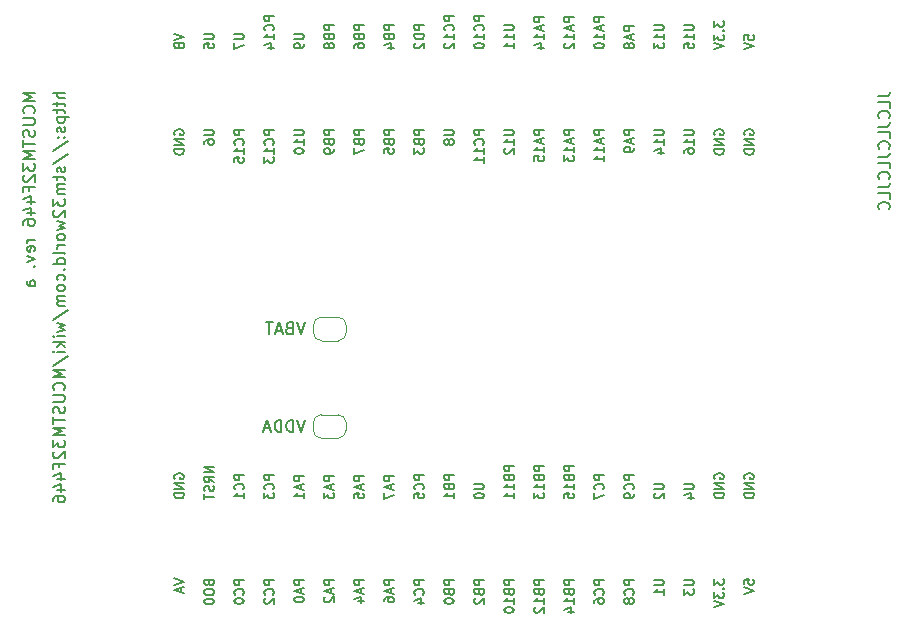
<source format=gbr>
G04 #@! TF.GenerationSoftware,KiCad,Pcbnew,6.0.7+dfsg-3*
G04 #@! TF.CreationDate,2022-10-14T13:09:43+08:00*
G04 #@! TF.ProjectId,mcustm32f446,6d637573-746d-4333-9266-3434362e6b69,a*
G04 #@! TF.SameCoordinates,PX6b302f8PY7aeef28*
G04 #@! TF.FileFunction,Legend,Bot*
G04 #@! TF.FilePolarity,Positive*
%FSLAX46Y46*%
G04 Gerber Fmt 4.6, Leading zero omitted, Abs format (unit mm)*
G04 Created by KiCad (PCBNEW 6.0.7+dfsg-3) date 2022-10-14 13:09:43*
%MOMM*%
%LPD*%
G01*
G04 APERTURE LIST*
%ADD10C,0.150000*%
%ADD11C,0.120000*%
G04 APERTURE END LIST*
D10*
X26477261Y26582620D02*
X26143928Y25582620D01*
X25810595Y26582620D01*
X25143928Y26106429D02*
X25001071Y26058810D01*
X24953452Y26011191D01*
X24905833Y25915953D01*
X24905833Y25773096D01*
X24953452Y25677858D01*
X25001071Y25630239D01*
X25096309Y25582620D01*
X25477261Y25582620D01*
X25477261Y26582620D01*
X25143928Y26582620D01*
X25048690Y26535000D01*
X25001071Y26487381D01*
X24953452Y26392143D01*
X24953452Y26296905D01*
X25001071Y26201667D01*
X25048690Y26154048D01*
X25143928Y26106429D01*
X25477261Y26106429D01*
X24524880Y25868334D02*
X24048690Y25868334D01*
X24620119Y25582620D02*
X24286785Y26582620D01*
X23953452Y25582620D01*
X23762976Y26582620D02*
X23191547Y26582620D01*
X23477261Y25582620D02*
X23477261Y26582620D01*
X26477261Y18327620D02*
X26143928Y17327620D01*
X25810595Y18327620D01*
X25477261Y17327620D02*
X25477261Y18327620D01*
X25239166Y18327620D01*
X25096309Y18280000D01*
X25001071Y18184762D01*
X24953452Y18089524D01*
X24905833Y17899048D01*
X24905833Y17756191D01*
X24953452Y17565715D01*
X25001071Y17470477D01*
X25096309Y17375239D01*
X25239166Y17327620D01*
X25477261Y17327620D01*
X24477261Y17327620D02*
X24477261Y18327620D01*
X24239166Y18327620D01*
X24096309Y18280000D01*
X24001071Y18184762D01*
X23953452Y18089524D01*
X23905833Y17899048D01*
X23905833Y17756191D01*
X23953452Y17565715D01*
X24001071Y17470477D01*
X24096309Y17375239D01*
X24239166Y17327620D01*
X24477261Y17327620D01*
X23524880Y17613334D02*
X23048690Y17613334D01*
X23620119Y17327620D02*
X23286785Y18327620D01*
X22953452Y17327620D01*
G04 #@! TO.C,J4*
X46716904Y4792024D02*
X45916904Y4792024D01*
X45916904Y4487262D01*
X45955000Y4411072D01*
X45993095Y4372977D01*
X46069285Y4334881D01*
X46183571Y4334881D01*
X46259761Y4372977D01*
X46297857Y4411072D01*
X46335952Y4487262D01*
X46335952Y4792024D01*
X46297857Y3725358D02*
X46335952Y3611072D01*
X46374047Y3572977D01*
X46450238Y3534881D01*
X46564523Y3534881D01*
X46640714Y3572977D01*
X46678809Y3611072D01*
X46716904Y3687262D01*
X46716904Y3992024D01*
X45916904Y3992024D01*
X45916904Y3725358D01*
X45955000Y3649167D01*
X45993095Y3611072D01*
X46069285Y3572977D01*
X46145476Y3572977D01*
X46221666Y3611072D01*
X46259761Y3649167D01*
X46297857Y3725358D01*
X46297857Y3992024D01*
X46716904Y2772977D02*
X46716904Y3230120D01*
X46716904Y3001548D02*
X45916904Y3001548D01*
X46031190Y3077739D01*
X46107380Y3153929D01*
X46145476Y3230120D01*
X45993095Y2468215D02*
X45955000Y2430120D01*
X45916904Y2353929D01*
X45916904Y2163453D01*
X45955000Y2087262D01*
X45993095Y2049167D01*
X46069285Y2011072D01*
X46145476Y2011072D01*
X46259761Y2049167D01*
X46716904Y2506310D01*
X46716904Y2011072D01*
X41636904Y4792024D02*
X40836904Y4792024D01*
X40836904Y4487262D01*
X40875000Y4411072D01*
X40913095Y4372977D01*
X40989285Y4334881D01*
X41103571Y4334881D01*
X41179761Y4372977D01*
X41217857Y4411072D01*
X41255952Y4487262D01*
X41255952Y4792024D01*
X41217857Y3725358D02*
X41255952Y3611072D01*
X41294047Y3572977D01*
X41370238Y3534881D01*
X41484523Y3534881D01*
X41560714Y3572977D01*
X41598809Y3611072D01*
X41636904Y3687262D01*
X41636904Y3992024D01*
X40836904Y3992024D01*
X40836904Y3725358D01*
X40875000Y3649167D01*
X40913095Y3611072D01*
X40989285Y3572977D01*
X41065476Y3572977D01*
X41141666Y3611072D01*
X41179761Y3649167D01*
X41217857Y3725358D01*
X41217857Y3992024D01*
X40913095Y3230120D02*
X40875000Y3192024D01*
X40836904Y3115834D01*
X40836904Y2925358D01*
X40875000Y2849167D01*
X40913095Y2811072D01*
X40989285Y2772977D01*
X41065476Y2772977D01*
X41179761Y2811072D01*
X41636904Y3268215D01*
X41636904Y2772977D01*
X49256904Y4792024D02*
X48456904Y4792024D01*
X48456904Y4487262D01*
X48495000Y4411072D01*
X48533095Y4372977D01*
X48609285Y4334881D01*
X48723571Y4334881D01*
X48799761Y4372977D01*
X48837857Y4411072D01*
X48875952Y4487262D01*
X48875952Y4792024D01*
X48837857Y3725358D02*
X48875952Y3611072D01*
X48914047Y3572977D01*
X48990238Y3534881D01*
X49104523Y3534881D01*
X49180714Y3572977D01*
X49218809Y3611072D01*
X49256904Y3687262D01*
X49256904Y3992024D01*
X48456904Y3992024D01*
X48456904Y3725358D01*
X48495000Y3649167D01*
X48533095Y3611072D01*
X48609285Y3572977D01*
X48685476Y3572977D01*
X48761666Y3611072D01*
X48799761Y3649167D01*
X48837857Y3725358D01*
X48837857Y3992024D01*
X49256904Y2772977D02*
X49256904Y3230120D01*
X49256904Y3001548D02*
X48456904Y3001548D01*
X48571190Y3077739D01*
X48647380Y3153929D01*
X48685476Y3230120D01*
X48723571Y2087262D02*
X49256904Y2087262D01*
X48418809Y2277739D02*
X48990238Y2468215D01*
X48990238Y1972977D01*
X61195000Y42472977D02*
X61156904Y42549167D01*
X61156904Y42663453D01*
X61195000Y42777739D01*
X61271190Y42853929D01*
X61347380Y42892024D01*
X61499761Y42930120D01*
X61614047Y42930120D01*
X61766428Y42892024D01*
X61842619Y42853929D01*
X61918809Y42777739D01*
X61956904Y42663453D01*
X61956904Y42587262D01*
X61918809Y42472977D01*
X61880714Y42434881D01*
X61614047Y42434881D01*
X61614047Y42587262D01*
X61956904Y42092024D02*
X61156904Y42092024D01*
X61956904Y41634881D01*
X61156904Y41634881D01*
X61956904Y41253929D02*
X61156904Y41253929D01*
X61156904Y41063453D01*
X61195000Y40949167D01*
X61271190Y40872977D01*
X61347380Y40834881D01*
X61499761Y40796786D01*
X61614047Y40796786D01*
X61766428Y40834881D01*
X61842619Y40872977D01*
X61918809Y40949167D01*
X61956904Y41063453D01*
X61956904Y41253929D01*
X36556904Y13698929D02*
X35756904Y13698929D01*
X35756904Y13394167D01*
X35795000Y13317977D01*
X35833095Y13279881D01*
X35909285Y13241786D01*
X36023571Y13241786D01*
X36099761Y13279881D01*
X36137857Y13317977D01*
X36175952Y13394167D01*
X36175952Y13698929D01*
X36480714Y12441786D02*
X36518809Y12479881D01*
X36556904Y12594167D01*
X36556904Y12670358D01*
X36518809Y12784643D01*
X36442619Y12860834D01*
X36366428Y12898929D01*
X36214047Y12937024D01*
X36099761Y12937024D01*
X35947380Y12898929D01*
X35871190Y12860834D01*
X35795000Y12784643D01*
X35756904Y12670358D01*
X35756904Y12594167D01*
X35795000Y12479881D01*
X35833095Y12441786D01*
X35756904Y11717977D02*
X35756904Y12098929D01*
X36137857Y12137024D01*
X36099761Y12098929D01*
X36061666Y12022739D01*
X36061666Y11832262D01*
X36099761Y11756072D01*
X36137857Y11717977D01*
X36214047Y11679881D01*
X36404523Y11679881D01*
X36480714Y11717977D01*
X36518809Y11756072D01*
X36556904Y11832262D01*
X36556904Y12022739D01*
X36518809Y12098929D01*
X36480714Y12137024D01*
X54336904Y51684643D02*
X53536904Y51684643D01*
X53536904Y51379881D01*
X53575000Y51303691D01*
X53613095Y51265596D01*
X53689285Y51227500D01*
X53803571Y51227500D01*
X53879761Y51265596D01*
X53917857Y51303691D01*
X53955952Y51379881D01*
X53955952Y51684643D01*
X54108333Y50922739D02*
X54108333Y50541786D01*
X54336904Y50998929D02*
X53536904Y50732262D01*
X54336904Y50465596D01*
X53879761Y50084643D02*
X53841666Y50160834D01*
X53803571Y50198929D01*
X53727380Y50237024D01*
X53689285Y50237024D01*
X53613095Y50198929D01*
X53575000Y50160834D01*
X53536904Y50084643D01*
X53536904Y49932262D01*
X53575000Y49856072D01*
X53613095Y49817977D01*
X53689285Y49779881D01*
X53727380Y49779881D01*
X53803571Y49817977D01*
X53841666Y49856072D01*
X53879761Y49932262D01*
X53879761Y50084643D01*
X53917857Y50160834D01*
X53955952Y50198929D01*
X54032142Y50237024D01*
X54184523Y50237024D01*
X54260714Y50198929D01*
X54298809Y50160834D01*
X54336904Y50084643D01*
X54336904Y49932262D01*
X54298809Y49856072D01*
X54260714Y49817977D01*
X54184523Y49779881D01*
X54032142Y49779881D01*
X53955952Y49817977D01*
X53917857Y49856072D01*
X53879761Y49932262D01*
X18776904Y14346548D02*
X17976904Y14346548D01*
X18776904Y13889405D01*
X17976904Y13889405D01*
X18776904Y13051310D02*
X18395952Y13317977D01*
X18776904Y13508453D02*
X17976904Y13508453D01*
X17976904Y13203691D01*
X18015000Y13127500D01*
X18053095Y13089405D01*
X18129285Y13051310D01*
X18243571Y13051310D01*
X18319761Y13089405D01*
X18357857Y13127500D01*
X18395952Y13203691D01*
X18395952Y13508453D01*
X18738809Y12746548D02*
X18776904Y12632262D01*
X18776904Y12441786D01*
X18738809Y12365596D01*
X18700714Y12327500D01*
X18624523Y12289405D01*
X18548333Y12289405D01*
X18472142Y12327500D01*
X18434047Y12365596D01*
X18395952Y12441786D01*
X18357857Y12594167D01*
X18319761Y12670358D01*
X18281666Y12708453D01*
X18205476Y12746548D01*
X18129285Y12746548D01*
X18053095Y12708453D01*
X18015000Y12670358D01*
X17976904Y12594167D01*
X17976904Y12403691D01*
X18015000Y12289405D01*
X17976904Y12060834D02*
X17976904Y11603691D01*
X18776904Y11832262D02*
X17976904Y11832262D01*
X58616904Y42892024D02*
X59264523Y42892024D01*
X59340714Y42853929D01*
X59378809Y42815834D01*
X59416904Y42739643D01*
X59416904Y42587262D01*
X59378809Y42511072D01*
X59340714Y42472977D01*
X59264523Y42434881D01*
X58616904Y42434881D01*
X59416904Y41634881D02*
X59416904Y42092024D01*
X59416904Y41863453D02*
X58616904Y41863453D01*
X58731190Y41939643D01*
X58807380Y42015834D01*
X58845476Y42092024D01*
X58616904Y40949167D02*
X58616904Y41101548D01*
X58655000Y41177739D01*
X58693095Y41215834D01*
X58807380Y41292024D01*
X58959761Y41330120D01*
X59264523Y41330120D01*
X59340714Y41292024D01*
X59378809Y41253929D01*
X59416904Y41177739D01*
X59416904Y41025358D01*
X59378809Y40949167D01*
X59340714Y40911072D01*
X59264523Y40872977D01*
X59074047Y40872977D01*
X58997857Y40911072D01*
X58959761Y40949167D01*
X58921666Y41025358D01*
X58921666Y41177739D01*
X58959761Y41253929D01*
X58997857Y41292024D01*
X59074047Y41330120D01*
X44176904Y4792024D02*
X43376904Y4792024D01*
X43376904Y4487262D01*
X43415000Y4411072D01*
X43453095Y4372977D01*
X43529285Y4334881D01*
X43643571Y4334881D01*
X43719761Y4372977D01*
X43757857Y4411072D01*
X43795952Y4487262D01*
X43795952Y4792024D01*
X43757857Y3725358D02*
X43795952Y3611072D01*
X43834047Y3572977D01*
X43910238Y3534881D01*
X44024523Y3534881D01*
X44100714Y3572977D01*
X44138809Y3611072D01*
X44176904Y3687262D01*
X44176904Y3992024D01*
X43376904Y3992024D01*
X43376904Y3725358D01*
X43415000Y3649167D01*
X43453095Y3611072D01*
X43529285Y3572977D01*
X43605476Y3572977D01*
X43681666Y3611072D01*
X43719761Y3649167D01*
X43757857Y3725358D01*
X43757857Y3992024D01*
X44176904Y2772977D02*
X44176904Y3230120D01*
X44176904Y3001548D02*
X43376904Y3001548D01*
X43491190Y3077739D01*
X43567380Y3153929D01*
X43605476Y3230120D01*
X43376904Y2277739D02*
X43376904Y2201548D01*
X43415000Y2125358D01*
X43453095Y2087262D01*
X43529285Y2049167D01*
X43681666Y2011072D01*
X43872142Y2011072D01*
X44024523Y2049167D01*
X44100714Y2087262D01*
X44138809Y2125358D01*
X44176904Y2201548D01*
X44176904Y2277739D01*
X44138809Y2353929D01*
X44100714Y2392024D01*
X44024523Y2430120D01*
X43872142Y2468215D01*
X43681666Y2468215D01*
X43529285Y2430120D01*
X43453095Y2392024D01*
X43415000Y2353929D01*
X43376904Y2277739D01*
X54336904Y13698929D02*
X53536904Y13698929D01*
X53536904Y13394167D01*
X53575000Y13317977D01*
X53613095Y13279881D01*
X53689285Y13241786D01*
X53803571Y13241786D01*
X53879761Y13279881D01*
X53917857Y13317977D01*
X53955952Y13394167D01*
X53955952Y13698929D01*
X54260714Y12441786D02*
X54298809Y12479881D01*
X54336904Y12594167D01*
X54336904Y12670358D01*
X54298809Y12784643D01*
X54222619Y12860834D01*
X54146428Y12898929D01*
X53994047Y12937024D01*
X53879761Y12937024D01*
X53727380Y12898929D01*
X53651190Y12860834D01*
X53575000Y12784643D01*
X53536904Y12670358D01*
X53536904Y12594167D01*
X53575000Y12479881D01*
X53613095Y12441786D01*
X54336904Y12060834D02*
X54336904Y11908453D01*
X54298809Y11832262D01*
X54260714Y11794167D01*
X54146428Y11717977D01*
X53994047Y11679881D01*
X53689285Y11679881D01*
X53613095Y11717977D01*
X53575000Y11756072D01*
X53536904Y11832262D01*
X53536904Y11984643D01*
X53575000Y12060834D01*
X53613095Y12098929D01*
X53689285Y12137024D01*
X53879761Y12137024D01*
X53955952Y12098929D01*
X53994047Y12060834D01*
X54032142Y11984643D01*
X54032142Y11832262D01*
X53994047Y11756072D01*
X53955952Y11717977D01*
X53879761Y11679881D01*
X39096904Y52560834D02*
X38296904Y52560834D01*
X38296904Y52256072D01*
X38335000Y52179881D01*
X38373095Y52141786D01*
X38449285Y52103691D01*
X38563571Y52103691D01*
X38639761Y52141786D01*
X38677857Y52179881D01*
X38715952Y52256072D01*
X38715952Y52560834D01*
X39020714Y51303691D02*
X39058809Y51341786D01*
X39096904Y51456072D01*
X39096904Y51532262D01*
X39058809Y51646548D01*
X38982619Y51722739D01*
X38906428Y51760834D01*
X38754047Y51798929D01*
X38639761Y51798929D01*
X38487380Y51760834D01*
X38411190Y51722739D01*
X38335000Y51646548D01*
X38296904Y51532262D01*
X38296904Y51456072D01*
X38335000Y51341786D01*
X38373095Y51303691D01*
X39096904Y50541786D02*
X39096904Y50998929D01*
X39096904Y50770358D02*
X38296904Y50770358D01*
X38411190Y50846548D01*
X38487380Y50922739D01*
X38525476Y50998929D01*
X38373095Y50237024D02*
X38335000Y50198929D01*
X38296904Y50122739D01*
X38296904Y49932262D01*
X38335000Y49856072D01*
X38373095Y49817977D01*
X38449285Y49779881D01*
X38525476Y49779881D01*
X38639761Y49817977D01*
X39096904Y50275120D01*
X39096904Y49779881D01*
X61195000Y13356072D02*
X61156904Y13432262D01*
X61156904Y13546548D01*
X61195000Y13660834D01*
X61271190Y13737024D01*
X61347380Y13775120D01*
X61499761Y13813215D01*
X61614047Y13813215D01*
X61766428Y13775120D01*
X61842619Y13737024D01*
X61918809Y13660834D01*
X61956904Y13546548D01*
X61956904Y13470358D01*
X61918809Y13356072D01*
X61880714Y13317977D01*
X61614047Y13317977D01*
X61614047Y13470358D01*
X61956904Y12975120D02*
X61156904Y12975120D01*
X61956904Y12517977D01*
X61156904Y12517977D01*
X61956904Y12137024D02*
X61156904Y12137024D01*
X61156904Y11946548D01*
X61195000Y11832262D01*
X61271190Y11756072D01*
X61347380Y11717977D01*
X61499761Y11679881D01*
X61614047Y11679881D01*
X61766428Y11717977D01*
X61842619Y11756072D01*
X61918809Y11832262D01*
X61956904Y11946548D01*
X61956904Y12137024D01*
X43376904Y51798929D02*
X44024523Y51798929D01*
X44100714Y51760834D01*
X44138809Y51722739D01*
X44176904Y51646548D01*
X44176904Y51494167D01*
X44138809Y51417977D01*
X44100714Y51379881D01*
X44024523Y51341786D01*
X43376904Y51341786D01*
X44176904Y50541786D02*
X44176904Y50998929D01*
X44176904Y50770358D02*
X43376904Y50770358D01*
X43491190Y50846548D01*
X43567380Y50922739D01*
X43605476Y50998929D01*
X44176904Y49779881D02*
X44176904Y50237024D01*
X44176904Y50008453D02*
X43376904Y50008453D01*
X43491190Y50084643D01*
X43567380Y50160834D01*
X43605476Y50237024D01*
X17976904Y42892024D02*
X18624523Y42892024D01*
X18700714Y42853929D01*
X18738809Y42815834D01*
X18776904Y42739643D01*
X18776904Y42587262D01*
X18738809Y42511072D01*
X18700714Y42472977D01*
X18624523Y42434881D01*
X17976904Y42434881D01*
X17976904Y41711072D02*
X17976904Y41863453D01*
X18015000Y41939643D01*
X18053095Y41977739D01*
X18167380Y42053929D01*
X18319761Y42092024D01*
X18624523Y42092024D01*
X18700714Y42053929D01*
X18738809Y42015834D01*
X18776904Y41939643D01*
X18776904Y41787262D01*
X18738809Y41711072D01*
X18700714Y41672977D01*
X18624523Y41634881D01*
X18434047Y41634881D01*
X18357857Y41672977D01*
X18319761Y41711072D01*
X18281666Y41787262D01*
X18281666Y41939643D01*
X18319761Y42015834D01*
X18357857Y42053929D01*
X18434047Y42092024D01*
X23856904Y42892024D02*
X23056904Y42892024D01*
X23056904Y42587262D01*
X23095000Y42511072D01*
X23133095Y42472977D01*
X23209285Y42434881D01*
X23323571Y42434881D01*
X23399761Y42472977D01*
X23437857Y42511072D01*
X23475952Y42587262D01*
X23475952Y42892024D01*
X23780714Y41634881D02*
X23818809Y41672977D01*
X23856904Y41787262D01*
X23856904Y41863453D01*
X23818809Y41977739D01*
X23742619Y42053929D01*
X23666428Y42092024D01*
X23514047Y42130120D01*
X23399761Y42130120D01*
X23247380Y42092024D01*
X23171190Y42053929D01*
X23095000Y41977739D01*
X23056904Y41863453D01*
X23056904Y41787262D01*
X23095000Y41672977D01*
X23133095Y41634881D01*
X23856904Y40872977D02*
X23856904Y41330120D01*
X23856904Y41101548D02*
X23056904Y41101548D01*
X23171190Y41177739D01*
X23247380Y41253929D01*
X23285476Y41330120D01*
X23056904Y40606310D02*
X23056904Y40111072D01*
X23361666Y40377739D01*
X23361666Y40263453D01*
X23399761Y40187262D01*
X23437857Y40149167D01*
X23514047Y40111072D01*
X23704523Y40111072D01*
X23780714Y40149167D01*
X23818809Y40187262D01*
X23856904Y40263453D01*
X23856904Y40492024D01*
X23818809Y40568215D01*
X23780714Y40606310D01*
X41636904Y52560834D02*
X40836904Y52560834D01*
X40836904Y52256072D01*
X40875000Y52179881D01*
X40913095Y52141786D01*
X40989285Y52103691D01*
X41103571Y52103691D01*
X41179761Y52141786D01*
X41217857Y52179881D01*
X41255952Y52256072D01*
X41255952Y52560834D01*
X41560714Y51303691D02*
X41598809Y51341786D01*
X41636904Y51456072D01*
X41636904Y51532262D01*
X41598809Y51646548D01*
X41522619Y51722739D01*
X41446428Y51760834D01*
X41294047Y51798929D01*
X41179761Y51798929D01*
X41027380Y51760834D01*
X40951190Y51722739D01*
X40875000Y51646548D01*
X40836904Y51532262D01*
X40836904Y51456072D01*
X40875000Y51341786D01*
X40913095Y51303691D01*
X41636904Y50541786D02*
X41636904Y50998929D01*
X41636904Y50770358D02*
X40836904Y50770358D01*
X40951190Y50846548D01*
X41027380Y50922739D01*
X41065476Y50998929D01*
X40836904Y50046548D02*
X40836904Y49970358D01*
X40875000Y49894167D01*
X40913095Y49856072D01*
X40989285Y49817977D01*
X41141666Y49779881D01*
X41332142Y49779881D01*
X41484523Y49817977D01*
X41560714Y49856072D01*
X41598809Y49894167D01*
X41636904Y49970358D01*
X41636904Y50046548D01*
X41598809Y50122739D01*
X41560714Y50160834D01*
X41484523Y50198929D01*
X41332142Y50237024D01*
X41141666Y50237024D01*
X40989285Y50198929D01*
X40913095Y50160834D01*
X40875000Y50122739D01*
X40836904Y50046548D01*
X41636904Y42892024D02*
X40836904Y42892024D01*
X40836904Y42587262D01*
X40875000Y42511072D01*
X40913095Y42472977D01*
X40989285Y42434881D01*
X41103571Y42434881D01*
X41179761Y42472977D01*
X41217857Y42511072D01*
X41255952Y42587262D01*
X41255952Y42892024D01*
X41560714Y41634881D02*
X41598809Y41672977D01*
X41636904Y41787262D01*
X41636904Y41863453D01*
X41598809Y41977739D01*
X41522619Y42053929D01*
X41446428Y42092024D01*
X41294047Y42130120D01*
X41179761Y42130120D01*
X41027380Y42092024D01*
X40951190Y42053929D01*
X40875000Y41977739D01*
X40836904Y41863453D01*
X40836904Y41787262D01*
X40875000Y41672977D01*
X40913095Y41634881D01*
X41636904Y40872977D02*
X41636904Y41330120D01*
X41636904Y41101548D02*
X40836904Y41101548D01*
X40951190Y41177739D01*
X41027380Y41253929D01*
X41065476Y41330120D01*
X41636904Y40111072D02*
X41636904Y40568215D01*
X41636904Y40339643D02*
X40836904Y40339643D01*
X40951190Y40415834D01*
X41027380Y40492024D01*
X41065476Y40568215D01*
X38296904Y42892024D02*
X38944523Y42892024D01*
X39020714Y42853929D01*
X39058809Y42815834D01*
X39096904Y42739643D01*
X39096904Y42587262D01*
X39058809Y42511072D01*
X39020714Y42472977D01*
X38944523Y42434881D01*
X38296904Y42434881D01*
X38639761Y41939643D02*
X38601666Y42015834D01*
X38563571Y42053929D01*
X38487380Y42092024D01*
X38449285Y42092024D01*
X38373095Y42053929D01*
X38335000Y42015834D01*
X38296904Y41939643D01*
X38296904Y41787262D01*
X38335000Y41711072D01*
X38373095Y41672977D01*
X38449285Y41634881D01*
X38487380Y41634881D01*
X38563571Y41672977D01*
X38601666Y41711072D01*
X38639761Y41787262D01*
X38639761Y41939643D01*
X38677857Y42015834D01*
X38715952Y42053929D01*
X38792142Y42092024D01*
X38944523Y42092024D01*
X39020714Y42053929D01*
X39058809Y42015834D01*
X39096904Y41939643D01*
X39096904Y41787262D01*
X39058809Y41711072D01*
X39020714Y41672977D01*
X38944523Y41634881D01*
X38792142Y41634881D01*
X38715952Y41672977D01*
X38677857Y41711072D01*
X38639761Y41787262D01*
X25596904Y42892024D02*
X26244523Y42892024D01*
X26320714Y42853929D01*
X26358809Y42815834D01*
X26396904Y42739643D01*
X26396904Y42587262D01*
X26358809Y42511072D01*
X26320714Y42472977D01*
X26244523Y42434881D01*
X25596904Y42434881D01*
X26396904Y41634881D02*
X26396904Y42092024D01*
X26396904Y41863453D02*
X25596904Y41863453D01*
X25711190Y41939643D01*
X25787380Y42015834D01*
X25825476Y42092024D01*
X25596904Y41139643D02*
X25596904Y41063453D01*
X25635000Y40987262D01*
X25673095Y40949167D01*
X25749285Y40911072D01*
X25901666Y40872977D01*
X26092142Y40872977D01*
X26244523Y40911072D01*
X26320714Y40949167D01*
X26358809Y40987262D01*
X26396904Y41063453D01*
X26396904Y41139643D01*
X26358809Y41215834D01*
X26320714Y41253929D01*
X26244523Y41292024D01*
X26092142Y41330120D01*
X25901666Y41330120D01*
X25749285Y41292024D01*
X25673095Y41253929D01*
X25635000Y41215834D01*
X25596904Y41139643D01*
X49256904Y52446548D02*
X48456904Y52446548D01*
X48456904Y52141786D01*
X48495000Y52065596D01*
X48533095Y52027500D01*
X48609285Y51989405D01*
X48723571Y51989405D01*
X48799761Y52027500D01*
X48837857Y52065596D01*
X48875952Y52141786D01*
X48875952Y52446548D01*
X49028333Y51684643D02*
X49028333Y51303691D01*
X49256904Y51760834D02*
X48456904Y51494167D01*
X49256904Y51227500D01*
X49256904Y50541786D02*
X49256904Y50998929D01*
X49256904Y50770358D02*
X48456904Y50770358D01*
X48571190Y50846548D01*
X48647380Y50922739D01*
X48685476Y50998929D01*
X48533095Y50237024D02*
X48495000Y50198929D01*
X48456904Y50122739D01*
X48456904Y49932262D01*
X48495000Y49856072D01*
X48533095Y49817977D01*
X48609285Y49779881D01*
X48685476Y49779881D01*
X48799761Y49817977D01*
X49256904Y50275120D01*
X49256904Y49779881D01*
X28936904Y51798929D02*
X28136904Y51798929D01*
X28136904Y51494167D01*
X28175000Y51417977D01*
X28213095Y51379881D01*
X28289285Y51341786D01*
X28403571Y51341786D01*
X28479761Y51379881D01*
X28517857Y51417977D01*
X28555952Y51494167D01*
X28555952Y51798929D01*
X28517857Y50732262D02*
X28555952Y50617977D01*
X28594047Y50579881D01*
X28670238Y50541786D01*
X28784523Y50541786D01*
X28860714Y50579881D01*
X28898809Y50617977D01*
X28936904Y50694167D01*
X28936904Y50998929D01*
X28136904Y50998929D01*
X28136904Y50732262D01*
X28175000Y50656072D01*
X28213095Y50617977D01*
X28289285Y50579881D01*
X28365476Y50579881D01*
X28441666Y50617977D01*
X28479761Y50656072D01*
X28517857Y50732262D01*
X28517857Y50998929D01*
X28479761Y50084643D02*
X28441666Y50160834D01*
X28403571Y50198929D01*
X28327380Y50237024D01*
X28289285Y50237024D01*
X28213095Y50198929D01*
X28175000Y50160834D01*
X28136904Y50084643D01*
X28136904Y49932262D01*
X28175000Y49856072D01*
X28213095Y49817977D01*
X28289285Y49779881D01*
X28327380Y49779881D01*
X28403571Y49817977D01*
X28441666Y49856072D01*
X28479761Y49932262D01*
X28479761Y50084643D01*
X28517857Y50160834D01*
X28555952Y50198929D01*
X28632142Y50237024D01*
X28784523Y50237024D01*
X28860714Y50198929D01*
X28898809Y50160834D01*
X28936904Y50084643D01*
X28936904Y49932262D01*
X28898809Y49856072D01*
X28860714Y49817977D01*
X28784523Y49779881D01*
X28632142Y49779881D01*
X28555952Y49817977D01*
X28517857Y49856072D01*
X28479761Y49932262D01*
X23856904Y13698929D02*
X23056904Y13698929D01*
X23056904Y13394167D01*
X23095000Y13317977D01*
X23133095Y13279881D01*
X23209285Y13241786D01*
X23323571Y13241786D01*
X23399761Y13279881D01*
X23437857Y13317977D01*
X23475952Y13394167D01*
X23475952Y13698929D01*
X23780714Y12441786D02*
X23818809Y12479881D01*
X23856904Y12594167D01*
X23856904Y12670358D01*
X23818809Y12784643D01*
X23742619Y12860834D01*
X23666428Y12898929D01*
X23514047Y12937024D01*
X23399761Y12937024D01*
X23247380Y12898929D01*
X23171190Y12860834D01*
X23095000Y12784643D01*
X23056904Y12670358D01*
X23056904Y12594167D01*
X23095000Y12479881D01*
X23133095Y12441786D01*
X23056904Y12175120D02*
X23056904Y11679881D01*
X23361666Y11946548D01*
X23361666Y11832262D01*
X23399761Y11756072D01*
X23437857Y11717977D01*
X23514047Y11679881D01*
X23704523Y11679881D01*
X23780714Y11717977D01*
X23818809Y11756072D01*
X23856904Y11832262D01*
X23856904Y12060834D01*
X23818809Y12137024D01*
X23780714Y12175120D01*
X15475000Y13356072D02*
X15436904Y13432262D01*
X15436904Y13546548D01*
X15475000Y13660834D01*
X15551190Y13737024D01*
X15627380Y13775120D01*
X15779761Y13813215D01*
X15894047Y13813215D01*
X16046428Y13775120D01*
X16122619Y13737024D01*
X16198809Y13660834D01*
X16236904Y13546548D01*
X16236904Y13470358D01*
X16198809Y13356072D01*
X16160714Y13317977D01*
X15894047Y13317977D01*
X15894047Y13470358D01*
X16236904Y12975120D02*
X15436904Y12975120D01*
X16236904Y12517977D01*
X15436904Y12517977D01*
X16236904Y12137024D02*
X15436904Y12137024D01*
X15436904Y11946548D01*
X15475000Y11832262D01*
X15551190Y11756072D01*
X15627380Y11717977D01*
X15779761Y11679881D01*
X15894047Y11679881D01*
X16046428Y11717977D01*
X16122619Y11756072D01*
X16198809Y11832262D01*
X16236904Y11946548D01*
X16236904Y12137024D01*
X28936904Y4792024D02*
X28136904Y4792024D01*
X28136904Y4487262D01*
X28175000Y4411072D01*
X28213095Y4372977D01*
X28289285Y4334881D01*
X28403571Y4334881D01*
X28479761Y4372977D01*
X28517857Y4411072D01*
X28555952Y4487262D01*
X28555952Y4792024D01*
X28708333Y4030120D02*
X28708333Y3649167D01*
X28936904Y4106310D02*
X28136904Y3839643D01*
X28936904Y3572977D01*
X28213095Y3344405D02*
X28175000Y3306310D01*
X28136904Y3230120D01*
X28136904Y3039643D01*
X28175000Y2963453D01*
X28213095Y2925358D01*
X28289285Y2887262D01*
X28365476Y2887262D01*
X28479761Y2925358D01*
X28936904Y3382500D01*
X28936904Y2887262D01*
X46716904Y14460834D02*
X45916904Y14460834D01*
X45916904Y14156072D01*
X45955000Y14079881D01*
X45993095Y14041786D01*
X46069285Y14003691D01*
X46183571Y14003691D01*
X46259761Y14041786D01*
X46297857Y14079881D01*
X46335952Y14156072D01*
X46335952Y14460834D01*
X46297857Y13394167D02*
X46335952Y13279881D01*
X46374047Y13241786D01*
X46450238Y13203691D01*
X46564523Y13203691D01*
X46640714Y13241786D01*
X46678809Y13279881D01*
X46716904Y13356072D01*
X46716904Y13660834D01*
X45916904Y13660834D01*
X45916904Y13394167D01*
X45955000Y13317977D01*
X45993095Y13279881D01*
X46069285Y13241786D01*
X46145476Y13241786D01*
X46221666Y13279881D01*
X46259761Y13317977D01*
X46297857Y13394167D01*
X46297857Y13660834D01*
X46716904Y12441786D02*
X46716904Y12898929D01*
X46716904Y12670358D02*
X45916904Y12670358D01*
X46031190Y12746548D01*
X46107380Y12822739D01*
X46145476Y12898929D01*
X45916904Y12175120D02*
X45916904Y11679881D01*
X46221666Y11946548D01*
X46221666Y11832262D01*
X46259761Y11756072D01*
X46297857Y11717977D01*
X46374047Y11679881D01*
X46564523Y11679881D01*
X46640714Y11717977D01*
X46678809Y11756072D01*
X46716904Y11832262D01*
X46716904Y12060834D01*
X46678809Y12137024D01*
X46640714Y12175120D01*
X21316904Y42892024D02*
X20516904Y42892024D01*
X20516904Y42587262D01*
X20555000Y42511072D01*
X20593095Y42472977D01*
X20669285Y42434881D01*
X20783571Y42434881D01*
X20859761Y42472977D01*
X20897857Y42511072D01*
X20935952Y42587262D01*
X20935952Y42892024D01*
X21240714Y41634881D02*
X21278809Y41672977D01*
X21316904Y41787262D01*
X21316904Y41863453D01*
X21278809Y41977739D01*
X21202619Y42053929D01*
X21126428Y42092024D01*
X20974047Y42130120D01*
X20859761Y42130120D01*
X20707380Y42092024D01*
X20631190Y42053929D01*
X20555000Y41977739D01*
X20516904Y41863453D01*
X20516904Y41787262D01*
X20555000Y41672977D01*
X20593095Y41634881D01*
X21316904Y40872977D02*
X21316904Y41330120D01*
X21316904Y41101548D02*
X20516904Y41101548D01*
X20631190Y41177739D01*
X20707380Y41253929D01*
X20745476Y41330120D01*
X20516904Y40149167D02*
X20516904Y40530120D01*
X20897857Y40568215D01*
X20859761Y40530120D01*
X20821666Y40453929D01*
X20821666Y40263453D01*
X20859761Y40187262D01*
X20897857Y40149167D01*
X20974047Y40111072D01*
X21164523Y40111072D01*
X21240714Y40149167D01*
X21278809Y40187262D01*
X21316904Y40263453D01*
X21316904Y40453929D01*
X21278809Y40530120D01*
X21240714Y40568215D01*
X63696904Y4411072D02*
X63696904Y4792024D01*
X64077857Y4830120D01*
X64039761Y4792024D01*
X64001666Y4715834D01*
X64001666Y4525358D01*
X64039761Y4449167D01*
X64077857Y4411072D01*
X64154047Y4372977D01*
X64344523Y4372977D01*
X64420714Y4411072D01*
X64458809Y4449167D01*
X64496904Y4525358D01*
X64496904Y4715834D01*
X64458809Y4792024D01*
X64420714Y4830120D01*
X63696904Y4144405D02*
X64496904Y3877739D01*
X63696904Y3611072D01*
X51796904Y52446548D02*
X50996904Y52446548D01*
X50996904Y52141786D01*
X51035000Y52065596D01*
X51073095Y52027500D01*
X51149285Y51989405D01*
X51263571Y51989405D01*
X51339761Y52027500D01*
X51377857Y52065596D01*
X51415952Y52141786D01*
X51415952Y52446548D01*
X51568333Y51684643D02*
X51568333Y51303691D01*
X51796904Y51760834D02*
X50996904Y51494167D01*
X51796904Y51227500D01*
X51796904Y50541786D02*
X51796904Y50998929D01*
X51796904Y50770358D02*
X50996904Y50770358D01*
X51111190Y50846548D01*
X51187380Y50922739D01*
X51225476Y50998929D01*
X50996904Y50046548D02*
X50996904Y49970358D01*
X51035000Y49894167D01*
X51073095Y49856072D01*
X51149285Y49817977D01*
X51301666Y49779881D01*
X51492142Y49779881D01*
X51644523Y49817977D01*
X51720714Y49856072D01*
X51758809Y49894167D01*
X51796904Y49970358D01*
X51796904Y50046548D01*
X51758809Y50122739D01*
X51720714Y50160834D01*
X51644523Y50198929D01*
X51492142Y50237024D01*
X51301666Y50237024D01*
X51149285Y50198929D01*
X51073095Y50160834D01*
X51035000Y50122739D01*
X50996904Y50046548D01*
X34016904Y42892024D02*
X33216904Y42892024D01*
X33216904Y42587262D01*
X33255000Y42511072D01*
X33293095Y42472977D01*
X33369285Y42434881D01*
X33483571Y42434881D01*
X33559761Y42472977D01*
X33597857Y42511072D01*
X33635952Y42587262D01*
X33635952Y42892024D01*
X33597857Y41825358D02*
X33635952Y41711072D01*
X33674047Y41672977D01*
X33750238Y41634881D01*
X33864523Y41634881D01*
X33940714Y41672977D01*
X33978809Y41711072D01*
X34016904Y41787262D01*
X34016904Y42092024D01*
X33216904Y42092024D01*
X33216904Y41825358D01*
X33255000Y41749167D01*
X33293095Y41711072D01*
X33369285Y41672977D01*
X33445476Y41672977D01*
X33521666Y41711072D01*
X33559761Y41749167D01*
X33597857Y41825358D01*
X33597857Y42092024D01*
X33216904Y40911072D02*
X33216904Y41292024D01*
X33597857Y41330120D01*
X33559761Y41292024D01*
X33521666Y41215834D01*
X33521666Y41025358D01*
X33559761Y40949167D01*
X33597857Y40911072D01*
X33674047Y40872977D01*
X33864523Y40872977D01*
X33940714Y40911072D01*
X33978809Y40949167D01*
X34016904Y41025358D01*
X34016904Y41215834D01*
X33978809Y41292024D01*
X33940714Y41330120D01*
X56076904Y51798929D02*
X56724523Y51798929D01*
X56800714Y51760834D01*
X56838809Y51722739D01*
X56876904Y51646548D01*
X56876904Y51494167D01*
X56838809Y51417977D01*
X56800714Y51379881D01*
X56724523Y51341786D01*
X56076904Y51341786D01*
X56876904Y50541786D02*
X56876904Y50998929D01*
X56876904Y50770358D02*
X56076904Y50770358D01*
X56191190Y50846548D01*
X56267380Y50922739D01*
X56305476Y50998929D01*
X56076904Y50275120D02*
X56076904Y49779881D01*
X56381666Y50046548D01*
X56381666Y49932262D01*
X56419761Y49856072D01*
X56457857Y49817977D01*
X56534047Y49779881D01*
X56724523Y49779881D01*
X56800714Y49817977D01*
X56838809Y49856072D01*
X56876904Y49932262D01*
X56876904Y50160834D01*
X56838809Y50237024D01*
X56800714Y50275120D01*
X39096904Y4792024D02*
X38296904Y4792024D01*
X38296904Y4487262D01*
X38335000Y4411072D01*
X38373095Y4372977D01*
X38449285Y4334881D01*
X38563571Y4334881D01*
X38639761Y4372977D01*
X38677857Y4411072D01*
X38715952Y4487262D01*
X38715952Y4792024D01*
X38677857Y3725358D02*
X38715952Y3611072D01*
X38754047Y3572977D01*
X38830238Y3534881D01*
X38944523Y3534881D01*
X39020714Y3572977D01*
X39058809Y3611072D01*
X39096904Y3687262D01*
X39096904Y3992024D01*
X38296904Y3992024D01*
X38296904Y3725358D01*
X38335000Y3649167D01*
X38373095Y3611072D01*
X38449285Y3572977D01*
X38525476Y3572977D01*
X38601666Y3611072D01*
X38639761Y3649167D01*
X38677857Y3725358D01*
X38677857Y3992024D01*
X38296904Y3039643D02*
X38296904Y2963453D01*
X38335000Y2887262D01*
X38373095Y2849167D01*
X38449285Y2811072D01*
X38601666Y2772977D01*
X38792142Y2772977D01*
X38944523Y2811072D01*
X39020714Y2849167D01*
X39058809Y2887262D01*
X39096904Y2963453D01*
X39096904Y3039643D01*
X39058809Y3115834D01*
X39020714Y3153929D01*
X38944523Y3192024D01*
X38792142Y3230120D01*
X38601666Y3230120D01*
X38449285Y3192024D01*
X38373095Y3153929D01*
X38335000Y3115834D01*
X38296904Y3039643D01*
X56076904Y4792024D02*
X56724523Y4792024D01*
X56800714Y4753929D01*
X56838809Y4715834D01*
X56876904Y4639643D01*
X56876904Y4487262D01*
X56838809Y4411072D01*
X56800714Y4372977D01*
X56724523Y4334881D01*
X56076904Y4334881D01*
X56876904Y3534881D02*
X56876904Y3992024D01*
X56876904Y3763453D02*
X56076904Y3763453D01*
X56191190Y3839643D01*
X56267380Y3915834D01*
X56305476Y3992024D01*
X26396904Y4792024D02*
X25596904Y4792024D01*
X25596904Y4487262D01*
X25635000Y4411072D01*
X25673095Y4372977D01*
X25749285Y4334881D01*
X25863571Y4334881D01*
X25939761Y4372977D01*
X25977857Y4411072D01*
X26015952Y4487262D01*
X26015952Y4792024D01*
X26168333Y4030120D02*
X26168333Y3649167D01*
X26396904Y4106310D02*
X25596904Y3839643D01*
X26396904Y3572977D01*
X25596904Y3153929D02*
X25596904Y3077739D01*
X25635000Y3001548D01*
X25673095Y2963453D01*
X25749285Y2925358D01*
X25901666Y2887262D01*
X26092142Y2887262D01*
X26244523Y2925358D01*
X26320714Y2963453D01*
X26358809Y3001548D01*
X26396904Y3077739D01*
X26396904Y3153929D01*
X26358809Y3230120D01*
X26320714Y3268215D01*
X26244523Y3306310D01*
X26092142Y3344405D01*
X25901666Y3344405D01*
X25749285Y3306310D01*
X25673095Y3268215D01*
X25635000Y3230120D01*
X25596904Y3153929D01*
X36556904Y42892024D02*
X35756904Y42892024D01*
X35756904Y42587262D01*
X35795000Y42511072D01*
X35833095Y42472977D01*
X35909285Y42434881D01*
X36023571Y42434881D01*
X36099761Y42472977D01*
X36137857Y42511072D01*
X36175952Y42587262D01*
X36175952Y42892024D01*
X36137857Y41825358D02*
X36175952Y41711072D01*
X36214047Y41672977D01*
X36290238Y41634881D01*
X36404523Y41634881D01*
X36480714Y41672977D01*
X36518809Y41711072D01*
X36556904Y41787262D01*
X36556904Y42092024D01*
X35756904Y42092024D01*
X35756904Y41825358D01*
X35795000Y41749167D01*
X35833095Y41711072D01*
X35909285Y41672977D01*
X35985476Y41672977D01*
X36061666Y41711072D01*
X36099761Y41749167D01*
X36137857Y41825358D01*
X36137857Y42092024D01*
X35756904Y41368215D02*
X35756904Y40872977D01*
X36061666Y41139643D01*
X36061666Y41025358D01*
X36099761Y40949167D01*
X36137857Y40911072D01*
X36214047Y40872977D01*
X36404523Y40872977D01*
X36480714Y40911072D01*
X36518809Y40949167D01*
X36556904Y41025358D01*
X36556904Y41253929D01*
X36518809Y41330120D01*
X36480714Y41368215D01*
X20516904Y51037024D02*
X21164523Y51037024D01*
X21240714Y50998929D01*
X21278809Y50960834D01*
X21316904Y50884643D01*
X21316904Y50732262D01*
X21278809Y50656072D01*
X21240714Y50617977D01*
X21164523Y50579881D01*
X20516904Y50579881D01*
X20516904Y50275120D02*
X20516904Y49741786D01*
X21316904Y50084643D01*
X28936904Y42892024D02*
X28136904Y42892024D01*
X28136904Y42587262D01*
X28175000Y42511072D01*
X28213095Y42472977D01*
X28289285Y42434881D01*
X28403571Y42434881D01*
X28479761Y42472977D01*
X28517857Y42511072D01*
X28555952Y42587262D01*
X28555952Y42892024D01*
X28517857Y41825358D02*
X28555952Y41711072D01*
X28594047Y41672977D01*
X28670238Y41634881D01*
X28784523Y41634881D01*
X28860714Y41672977D01*
X28898809Y41711072D01*
X28936904Y41787262D01*
X28936904Y42092024D01*
X28136904Y42092024D01*
X28136904Y41825358D01*
X28175000Y41749167D01*
X28213095Y41711072D01*
X28289285Y41672977D01*
X28365476Y41672977D01*
X28441666Y41711072D01*
X28479761Y41749167D01*
X28517857Y41825358D01*
X28517857Y42092024D01*
X28936904Y41253929D02*
X28936904Y41101548D01*
X28898809Y41025358D01*
X28860714Y40987262D01*
X28746428Y40911072D01*
X28594047Y40872977D01*
X28289285Y40872977D01*
X28213095Y40911072D01*
X28175000Y40949167D01*
X28136904Y41025358D01*
X28136904Y41177739D01*
X28175000Y41253929D01*
X28213095Y41292024D01*
X28289285Y41330120D01*
X28479761Y41330120D01*
X28555952Y41292024D01*
X28594047Y41253929D01*
X28632142Y41177739D01*
X28632142Y41025358D01*
X28594047Y40949167D01*
X28555952Y40911072D01*
X28479761Y40872977D01*
X34016904Y51798929D02*
X33216904Y51798929D01*
X33216904Y51494167D01*
X33255000Y51417977D01*
X33293095Y51379881D01*
X33369285Y51341786D01*
X33483571Y51341786D01*
X33559761Y51379881D01*
X33597857Y51417977D01*
X33635952Y51494167D01*
X33635952Y51798929D01*
X33597857Y50732262D02*
X33635952Y50617977D01*
X33674047Y50579881D01*
X33750238Y50541786D01*
X33864523Y50541786D01*
X33940714Y50579881D01*
X33978809Y50617977D01*
X34016904Y50694167D01*
X34016904Y50998929D01*
X33216904Y50998929D01*
X33216904Y50732262D01*
X33255000Y50656072D01*
X33293095Y50617977D01*
X33369285Y50579881D01*
X33445476Y50579881D01*
X33521666Y50617977D01*
X33559761Y50656072D01*
X33597857Y50732262D01*
X33597857Y50998929D01*
X33483571Y49856072D02*
X34016904Y49856072D01*
X33178809Y50046548D02*
X33750238Y50237024D01*
X33750238Y49741786D01*
X75017380Y45733691D02*
X75731666Y45733691D01*
X75874523Y45781310D01*
X75969761Y45876548D01*
X76017380Y46019405D01*
X76017380Y46114643D01*
X76017380Y44781310D02*
X76017380Y45257500D01*
X75017380Y45257500D01*
X75922142Y43876548D02*
X75969761Y43924167D01*
X76017380Y44067024D01*
X76017380Y44162262D01*
X75969761Y44305120D01*
X75874523Y44400358D01*
X75779285Y44447977D01*
X75588809Y44495596D01*
X75445952Y44495596D01*
X75255476Y44447977D01*
X75160238Y44400358D01*
X75065000Y44305120D01*
X75017380Y44162262D01*
X75017380Y44067024D01*
X75065000Y43924167D01*
X75112619Y43876548D01*
X75017380Y43162262D02*
X75731666Y43162262D01*
X75874523Y43209881D01*
X75969761Y43305120D01*
X76017380Y43447977D01*
X76017380Y43543215D01*
X76017380Y42209881D02*
X76017380Y42686072D01*
X75017380Y42686072D01*
X75922142Y41305120D02*
X75969761Y41352739D01*
X76017380Y41495596D01*
X76017380Y41590834D01*
X75969761Y41733691D01*
X75874523Y41828929D01*
X75779285Y41876548D01*
X75588809Y41924167D01*
X75445952Y41924167D01*
X75255476Y41876548D01*
X75160238Y41828929D01*
X75065000Y41733691D01*
X75017380Y41590834D01*
X75017380Y41495596D01*
X75065000Y41352739D01*
X75112619Y41305120D01*
X75017380Y40590834D02*
X75731666Y40590834D01*
X75874523Y40638453D01*
X75969761Y40733691D01*
X76017380Y40876548D01*
X76017380Y40971786D01*
X76017380Y39638453D02*
X76017380Y40114643D01*
X75017380Y40114643D01*
X75922142Y38733691D02*
X75969761Y38781310D01*
X76017380Y38924167D01*
X76017380Y39019405D01*
X75969761Y39162262D01*
X75874523Y39257500D01*
X75779285Y39305120D01*
X75588809Y39352739D01*
X75445952Y39352739D01*
X75255476Y39305120D01*
X75160238Y39257500D01*
X75065000Y39162262D01*
X75017380Y39019405D01*
X75017380Y38924167D01*
X75065000Y38781310D01*
X75112619Y38733691D01*
X75017380Y38019405D02*
X75731666Y38019405D01*
X75874523Y38067024D01*
X75969761Y38162262D01*
X76017380Y38305120D01*
X76017380Y38400358D01*
X76017380Y37067024D02*
X76017380Y37543215D01*
X75017380Y37543215D01*
X75922142Y36162262D02*
X75969761Y36209881D01*
X76017380Y36352739D01*
X76017380Y36447977D01*
X75969761Y36590834D01*
X75874523Y36686072D01*
X75779285Y36733691D01*
X75588809Y36781310D01*
X75445952Y36781310D01*
X75255476Y36733691D01*
X75160238Y36686072D01*
X75065000Y36590834D01*
X75017380Y36447977D01*
X75017380Y36352739D01*
X75065000Y36209881D01*
X75112619Y36162262D01*
X46716904Y52446548D02*
X45916904Y52446548D01*
X45916904Y52141786D01*
X45955000Y52065596D01*
X45993095Y52027500D01*
X46069285Y51989405D01*
X46183571Y51989405D01*
X46259761Y52027500D01*
X46297857Y52065596D01*
X46335952Y52141786D01*
X46335952Y52446548D01*
X46488333Y51684643D02*
X46488333Y51303691D01*
X46716904Y51760834D02*
X45916904Y51494167D01*
X46716904Y51227500D01*
X46716904Y50541786D02*
X46716904Y50998929D01*
X46716904Y50770358D02*
X45916904Y50770358D01*
X46031190Y50846548D01*
X46107380Y50922739D01*
X46145476Y50998929D01*
X46183571Y49856072D02*
X46716904Y49856072D01*
X45878809Y50046548D02*
X46450238Y50237024D01*
X46450238Y49741786D01*
X63735000Y13356072D02*
X63696904Y13432262D01*
X63696904Y13546548D01*
X63735000Y13660834D01*
X63811190Y13737024D01*
X63887380Y13775120D01*
X64039761Y13813215D01*
X64154047Y13813215D01*
X64306428Y13775120D01*
X64382619Y13737024D01*
X64458809Y13660834D01*
X64496904Y13546548D01*
X64496904Y13470358D01*
X64458809Y13356072D01*
X64420714Y13317977D01*
X64154047Y13317977D01*
X64154047Y13470358D01*
X64496904Y12975120D02*
X63696904Y12975120D01*
X64496904Y12517977D01*
X63696904Y12517977D01*
X64496904Y12137024D02*
X63696904Y12137024D01*
X63696904Y11946548D01*
X63735000Y11832262D01*
X63811190Y11756072D01*
X63887380Y11717977D01*
X64039761Y11679881D01*
X64154047Y11679881D01*
X64306428Y11717977D01*
X64382619Y11756072D01*
X64458809Y11832262D01*
X64496904Y11946548D01*
X64496904Y12137024D01*
X51796904Y42892024D02*
X50996904Y42892024D01*
X50996904Y42587262D01*
X51035000Y42511072D01*
X51073095Y42472977D01*
X51149285Y42434881D01*
X51263571Y42434881D01*
X51339761Y42472977D01*
X51377857Y42511072D01*
X51415952Y42587262D01*
X51415952Y42892024D01*
X51568333Y42130120D02*
X51568333Y41749167D01*
X51796904Y42206310D02*
X50996904Y41939643D01*
X51796904Y41672977D01*
X51796904Y40987262D02*
X51796904Y41444405D01*
X51796904Y41215834D02*
X50996904Y41215834D01*
X51111190Y41292024D01*
X51187380Y41368215D01*
X51225476Y41444405D01*
X51796904Y40225358D02*
X51796904Y40682500D01*
X51796904Y40453929D02*
X50996904Y40453929D01*
X51111190Y40530120D01*
X51187380Y40606310D01*
X51225476Y40682500D01*
X49256904Y14460834D02*
X48456904Y14460834D01*
X48456904Y14156072D01*
X48495000Y14079881D01*
X48533095Y14041786D01*
X48609285Y14003691D01*
X48723571Y14003691D01*
X48799761Y14041786D01*
X48837857Y14079881D01*
X48875952Y14156072D01*
X48875952Y14460834D01*
X48837857Y13394167D02*
X48875952Y13279881D01*
X48914047Y13241786D01*
X48990238Y13203691D01*
X49104523Y13203691D01*
X49180714Y13241786D01*
X49218809Y13279881D01*
X49256904Y13356072D01*
X49256904Y13660834D01*
X48456904Y13660834D01*
X48456904Y13394167D01*
X48495000Y13317977D01*
X48533095Y13279881D01*
X48609285Y13241786D01*
X48685476Y13241786D01*
X48761666Y13279881D01*
X48799761Y13317977D01*
X48837857Y13394167D01*
X48837857Y13660834D01*
X49256904Y12441786D02*
X49256904Y12898929D01*
X49256904Y12670358D02*
X48456904Y12670358D01*
X48571190Y12746548D01*
X48647380Y12822739D01*
X48685476Y12898929D01*
X48456904Y11717977D02*
X48456904Y12098929D01*
X48837857Y12137024D01*
X48799761Y12098929D01*
X48761666Y12022739D01*
X48761666Y11832262D01*
X48799761Y11756072D01*
X48837857Y11717977D01*
X48914047Y11679881D01*
X49104523Y11679881D01*
X49180714Y11717977D01*
X49218809Y11756072D01*
X49256904Y11832262D01*
X49256904Y12022739D01*
X49218809Y12098929D01*
X49180714Y12137024D01*
X46716904Y42892024D02*
X45916904Y42892024D01*
X45916904Y42587262D01*
X45955000Y42511072D01*
X45993095Y42472977D01*
X46069285Y42434881D01*
X46183571Y42434881D01*
X46259761Y42472977D01*
X46297857Y42511072D01*
X46335952Y42587262D01*
X46335952Y42892024D01*
X46488333Y42130120D02*
X46488333Y41749167D01*
X46716904Y42206310D02*
X45916904Y41939643D01*
X46716904Y41672977D01*
X46716904Y40987262D02*
X46716904Y41444405D01*
X46716904Y41215834D02*
X45916904Y41215834D01*
X46031190Y41292024D01*
X46107380Y41368215D01*
X46145476Y41444405D01*
X45916904Y40263453D02*
X45916904Y40644405D01*
X46297857Y40682500D01*
X46259761Y40644405D01*
X46221666Y40568215D01*
X46221666Y40377739D01*
X46259761Y40301548D01*
X46297857Y40263453D01*
X46374047Y40225358D01*
X46564523Y40225358D01*
X46640714Y40263453D01*
X46678809Y40301548D01*
X46716904Y40377739D01*
X46716904Y40568215D01*
X46678809Y40644405D01*
X46640714Y40682500D01*
X58616904Y4792024D02*
X59264523Y4792024D01*
X59340714Y4753929D01*
X59378809Y4715834D01*
X59416904Y4639643D01*
X59416904Y4487262D01*
X59378809Y4411072D01*
X59340714Y4372977D01*
X59264523Y4334881D01*
X58616904Y4334881D01*
X58616904Y4030120D02*
X58616904Y3534881D01*
X58921666Y3801548D01*
X58921666Y3687262D01*
X58959761Y3611072D01*
X58997857Y3572977D01*
X59074047Y3534881D01*
X59264523Y3534881D01*
X59340714Y3572977D01*
X59378809Y3611072D01*
X59416904Y3687262D01*
X59416904Y3915834D01*
X59378809Y3992024D01*
X59340714Y4030120D01*
X54336904Y42892024D02*
X53536904Y42892024D01*
X53536904Y42587262D01*
X53575000Y42511072D01*
X53613095Y42472977D01*
X53689285Y42434881D01*
X53803571Y42434881D01*
X53879761Y42472977D01*
X53917857Y42511072D01*
X53955952Y42587262D01*
X53955952Y42892024D01*
X54108333Y42130120D02*
X54108333Y41749167D01*
X54336904Y42206310D02*
X53536904Y41939643D01*
X54336904Y41672977D01*
X54336904Y41368215D02*
X54336904Y41215834D01*
X54298809Y41139643D01*
X54260714Y41101548D01*
X54146428Y41025358D01*
X53994047Y40987262D01*
X53689285Y40987262D01*
X53613095Y41025358D01*
X53575000Y41063453D01*
X53536904Y41139643D01*
X53536904Y41292024D01*
X53575000Y41368215D01*
X53613095Y41406310D01*
X53689285Y41444405D01*
X53879761Y41444405D01*
X53955952Y41406310D01*
X53994047Y41368215D01*
X54032142Y41292024D01*
X54032142Y41139643D01*
X53994047Y41063453D01*
X53955952Y41025358D01*
X53879761Y40987262D01*
X36556904Y4792024D02*
X35756904Y4792024D01*
X35756904Y4487262D01*
X35795000Y4411072D01*
X35833095Y4372977D01*
X35909285Y4334881D01*
X36023571Y4334881D01*
X36099761Y4372977D01*
X36137857Y4411072D01*
X36175952Y4487262D01*
X36175952Y4792024D01*
X36480714Y3534881D02*
X36518809Y3572977D01*
X36556904Y3687262D01*
X36556904Y3763453D01*
X36518809Y3877739D01*
X36442619Y3953929D01*
X36366428Y3992024D01*
X36214047Y4030120D01*
X36099761Y4030120D01*
X35947380Y3992024D01*
X35871190Y3953929D01*
X35795000Y3877739D01*
X35756904Y3763453D01*
X35756904Y3687262D01*
X35795000Y3572977D01*
X35833095Y3534881D01*
X36023571Y2849167D02*
X36556904Y2849167D01*
X35718809Y3039643D02*
X36290238Y3230120D01*
X36290238Y2734881D01*
X6167380Y46019405D02*
X5167380Y46019405D01*
X6167380Y45590834D02*
X5643571Y45590834D01*
X5548333Y45638453D01*
X5500714Y45733691D01*
X5500714Y45876548D01*
X5548333Y45971786D01*
X5595952Y46019405D01*
X5500714Y45257500D02*
X5500714Y44876548D01*
X5167380Y45114643D02*
X6024523Y45114643D01*
X6119761Y45067024D01*
X6167380Y44971786D01*
X6167380Y44876548D01*
X5500714Y44686072D02*
X5500714Y44305120D01*
X5167380Y44543215D02*
X6024523Y44543215D01*
X6119761Y44495596D01*
X6167380Y44400358D01*
X6167380Y44305120D01*
X5500714Y43971786D02*
X6500714Y43971786D01*
X5548333Y43971786D02*
X5500714Y43876548D01*
X5500714Y43686072D01*
X5548333Y43590834D01*
X5595952Y43543215D01*
X5691190Y43495596D01*
X5976904Y43495596D01*
X6072142Y43543215D01*
X6119761Y43590834D01*
X6167380Y43686072D01*
X6167380Y43876548D01*
X6119761Y43971786D01*
X6119761Y43114643D02*
X6167380Y43019405D01*
X6167380Y42828929D01*
X6119761Y42733691D01*
X6024523Y42686072D01*
X5976904Y42686072D01*
X5881666Y42733691D01*
X5834047Y42828929D01*
X5834047Y42971786D01*
X5786428Y43067024D01*
X5691190Y43114643D01*
X5643571Y43114643D01*
X5548333Y43067024D01*
X5500714Y42971786D01*
X5500714Y42828929D01*
X5548333Y42733691D01*
X6072142Y42257500D02*
X6119761Y42209881D01*
X6167380Y42257500D01*
X6119761Y42305120D01*
X6072142Y42257500D01*
X6167380Y42257500D01*
X5548333Y42257500D02*
X5595952Y42209881D01*
X5643571Y42257500D01*
X5595952Y42305120D01*
X5548333Y42257500D01*
X5643571Y42257500D01*
X5119761Y41067024D02*
X6405476Y41924167D01*
X5119761Y40019405D02*
X6405476Y40876548D01*
X6119761Y39733691D02*
X6167380Y39638453D01*
X6167380Y39447977D01*
X6119761Y39352739D01*
X6024523Y39305120D01*
X5976904Y39305120D01*
X5881666Y39352739D01*
X5834047Y39447977D01*
X5834047Y39590834D01*
X5786428Y39686072D01*
X5691190Y39733691D01*
X5643571Y39733691D01*
X5548333Y39686072D01*
X5500714Y39590834D01*
X5500714Y39447977D01*
X5548333Y39352739D01*
X5500714Y39019405D02*
X5500714Y38638453D01*
X5167380Y38876548D02*
X6024523Y38876548D01*
X6119761Y38828929D01*
X6167380Y38733691D01*
X6167380Y38638453D01*
X6167380Y38305120D02*
X5500714Y38305120D01*
X5595952Y38305120D02*
X5548333Y38257500D01*
X5500714Y38162262D01*
X5500714Y38019405D01*
X5548333Y37924167D01*
X5643571Y37876548D01*
X6167380Y37876548D01*
X5643571Y37876548D02*
X5548333Y37828929D01*
X5500714Y37733691D01*
X5500714Y37590834D01*
X5548333Y37495596D01*
X5643571Y37447977D01*
X6167380Y37447977D01*
X5167380Y37067024D02*
X5167380Y36447977D01*
X5548333Y36781310D01*
X5548333Y36638453D01*
X5595952Y36543215D01*
X5643571Y36495596D01*
X5738809Y36447977D01*
X5976904Y36447977D01*
X6072142Y36495596D01*
X6119761Y36543215D01*
X6167380Y36638453D01*
X6167380Y36924167D01*
X6119761Y37019405D01*
X6072142Y37067024D01*
X5262619Y36067024D02*
X5215000Y36019405D01*
X5167380Y35924167D01*
X5167380Y35686072D01*
X5215000Y35590834D01*
X5262619Y35543215D01*
X5357857Y35495596D01*
X5453095Y35495596D01*
X5595952Y35543215D01*
X6167380Y36114643D01*
X6167380Y35495596D01*
X5500714Y35162262D02*
X6167380Y34971786D01*
X5691190Y34781310D01*
X6167380Y34590834D01*
X5500714Y34400358D01*
X6167380Y33876548D02*
X6119761Y33971786D01*
X6072142Y34019405D01*
X5976904Y34067024D01*
X5691190Y34067024D01*
X5595952Y34019405D01*
X5548333Y33971786D01*
X5500714Y33876548D01*
X5500714Y33733691D01*
X5548333Y33638453D01*
X5595952Y33590834D01*
X5691190Y33543215D01*
X5976904Y33543215D01*
X6072142Y33590834D01*
X6119761Y33638453D01*
X6167380Y33733691D01*
X6167380Y33876548D01*
X6167380Y33114643D02*
X5500714Y33114643D01*
X5691190Y33114643D02*
X5595952Y33067024D01*
X5548333Y33019405D01*
X5500714Y32924167D01*
X5500714Y32828929D01*
X6167380Y32352739D02*
X6119761Y32447977D01*
X6024523Y32495596D01*
X5167380Y32495596D01*
X6167380Y31543215D02*
X5167380Y31543215D01*
X6119761Y31543215D02*
X6167380Y31638453D01*
X6167380Y31828929D01*
X6119761Y31924167D01*
X6072142Y31971786D01*
X5976904Y32019405D01*
X5691190Y32019405D01*
X5595952Y31971786D01*
X5548333Y31924167D01*
X5500714Y31828929D01*
X5500714Y31638453D01*
X5548333Y31543215D01*
X6072142Y31067024D02*
X6119761Y31019405D01*
X6167380Y31067024D01*
X6119761Y31114643D01*
X6072142Y31067024D01*
X6167380Y31067024D01*
X6119761Y30162262D02*
X6167380Y30257500D01*
X6167380Y30447977D01*
X6119761Y30543215D01*
X6072142Y30590834D01*
X5976904Y30638453D01*
X5691190Y30638453D01*
X5595952Y30590834D01*
X5548333Y30543215D01*
X5500714Y30447977D01*
X5500714Y30257500D01*
X5548333Y30162262D01*
X6167380Y29590834D02*
X6119761Y29686072D01*
X6072142Y29733691D01*
X5976904Y29781310D01*
X5691190Y29781310D01*
X5595952Y29733691D01*
X5548333Y29686072D01*
X5500714Y29590834D01*
X5500714Y29447977D01*
X5548333Y29352739D01*
X5595952Y29305120D01*
X5691190Y29257500D01*
X5976904Y29257500D01*
X6072142Y29305120D01*
X6119761Y29352739D01*
X6167380Y29447977D01*
X6167380Y29590834D01*
X6167380Y28828929D02*
X5500714Y28828929D01*
X5595952Y28828929D02*
X5548333Y28781310D01*
X5500714Y28686072D01*
X5500714Y28543215D01*
X5548333Y28447977D01*
X5643571Y28400358D01*
X6167380Y28400358D01*
X5643571Y28400358D02*
X5548333Y28352739D01*
X5500714Y28257500D01*
X5500714Y28114643D01*
X5548333Y28019405D01*
X5643571Y27971786D01*
X6167380Y27971786D01*
X5119761Y26781310D02*
X6405476Y27638453D01*
X5500714Y26543215D02*
X6167380Y26352739D01*
X5691190Y26162262D01*
X6167380Y25971786D01*
X5500714Y25781310D01*
X6167380Y25400358D02*
X5500714Y25400358D01*
X5167380Y25400358D02*
X5215000Y25447977D01*
X5262619Y25400358D01*
X5215000Y25352739D01*
X5167380Y25400358D01*
X5262619Y25400358D01*
X6167380Y24924167D02*
X5167380Y24924167D01*
X5786428Y24828929D02*
X6167380Y24543215D01*
X5500714Y24543215D02*
X5881666Y24924167D01*
X6167380Y24114643D02*
X5500714Y24114643D01*
X5167380Y24114643D02*
X5215000Y24162262D01*
X5262619Y24114643D01*
X5215000Y24067024D01*
X5167380Y24114643D01*
X5262619Y24114643D01*
X5119761Y22924167D02*
X6405476Y23781310D01*
X6167380Y22590834D02*
X5167380Y22590834D01*
X5881666Y22257500D01*
X5167380Y21924167D01*
X6167380Y21924167D01*
X6072142Y20876548D02*
X6119761Y20924167D01*
X6167380Y21067024D01*
X6167380Y21162262D01*
X6119761Y21305120D01*
X6024523Y21400358D01*
X5929285Y21447977D01*
X5738809Y21495596D01*
X5595952Y21495596D01*
X5405476Y21447977D01*
X5310238Y21400358D01*
X5215000Y21305120D01*
X5167380Y21162262D01*
X5167380Y21067024D01*
X5215000Y20924167D01*
X5262619Y20876548D01*
X5167380Y20447977D02*
X5976904Y20447977D01*
X6072142Y20400358D01*
X6119761Y20352739D01*
X6167380Y20257500D01*
X6167380Y20067024D01*
X6119761Y19971786D01*
X6072142Y19924167D01*
X5976904Y19876548D01*
X5167380Y19876548D01*
X6119761Y19447977D02*
X6167380Y19305120D01*
X6167380Y19067024D01*
X6119761Y18971786D01*
X6072142Y18924167D01*
X5976904Y18876548D01*
X5881666Y18876548D01*
X5786428Y18924167D01*
X5738809Y18971786D01*
X5691190Y19067024D01*
X5643571Y19257500D01*
X5595952Y19352739D01*
X5548333Y19400358D01*
X5453095Y19447977D01*
X5357857Y19447977D01*
X5262619Y19400358D01*
X5215000Y19352739D01*
X5167380Y19257500D01*
X5167380Y19019405D01*
X5215000Y18876548D01*
X5167380Y18590834D02*
X5167380Y18019405D01*
X6167380Y18305120D02*
X5167380Y18305120D01*
X6167380Y17686072D02*
X5167380Y17686072D01*
X5881666Y17352739D01*
X5167380Y17019405D01*
X6167380Y17019405D01*
X5167380Y16638453D02*
X5167380Y16019405D01*
X5548333Y16352739D01*
X5548333Y16209881D01*
X5595952Y16114643D01*
X5643571Y16067024D01*
X5738809Y16019405D01*
X5976904Y16019405D01*
X6072142Y16067024D01*
X6119761Y16114643D01*
X6167380Y16209881D01*
X6167380Y16495596D01*
X6119761Y16590834D01*
X6072142Y16638453D01*
X5262619Y15638453D02*
X5215000Y15590834D01*
X5167380Y15495596D01*
X5167380Y15257500D01*
X5215000Y15162262D01*
X5262619Y15114643D01*
X5357857Y15067024D01*
X5453095Y15067024D01*
X5595952Y15114643D01*
X6167380Y15686072D01*
X6167380Y15067024D01*
X5643571Y14305120D02*
X5643571Y14638453D01*
X6167380Y14638453D02*
X5167380Y14638453D01*
X5167380Y14162262D01*
X5500714Y13352739D02*
X6167380Y13352739D01*
X5119761Y13590834D02*
X5834047Y13828929D01*
X5834047Y13209881D01*
X5500714Y12400358D02*
X6167380Y12400358D01*
X5119761Y12638453D02*
X5834047Y12876548D01*
X5834047Y12257500D01*
X5167380Y11447977D02*
X5167380Y11638453D01*
X5215000Y11733691D01*
X5262619Y11781310D01*
X5405476Y11876548D01*
X5595952Y11924167D01*
X5976904Y11924167D01*
X6072142Y11876548D01*
X6119761Y11828929D01*
X6167380Y11733691D01*
X6167380Y11543215D01*
X6119761Y11447977D01*
X6072142Y11400358D01*
X5976904Y11352739D01*
X5738809Y11352739D01*
X5643571Y11400358D01*
X5595952Y11447977D01*
X5548333Y11543215D01*
X5548333Y11733691D01*
X5595952Y11828929D01*
X5643571Y11876548D01*
X5738809Y11924167D01*
X40836904Y12937024D02*
X41484523Y12937024D01*
X41560714Y12898929D01*
X41598809Y12860834D01*
X41636904Y12784643D01*
X41636904Y12632262D01*
X41598809Y12556072D01*
X41560714Y12517977D01*
X41484523Y12479881D01*
X40836904Y12479881D01*
X40836904Y11946548D02*
X40836904Y11870358D01*
X40875000Y11794167D01*
X40913095Y11756072D01*
X40989285Y11717977D01*
X41141666Y11679881D01*
X41332142Y11679881D01*
X41484523Y11717977D01*
X41560714Y11756072D01*
X41598809Y11794167D01*
X41636904Y11870358D01*
X41636904Y11946548D01*
X41598809Y12022739D01*
X41560714Y12060834D01*
X41484523Y12098929D01*
X41332142Y12137024D01*
X41141666Y12137024D01*
X40989285Y12098929D01*
X40913095Y12060834D01*
X40875000Y12022739D01*
X40836904Y11946548D01*
X61156904Y52103691D02*
X61156904Y51608453D01*
X61461666Y51875120D01*
X61461666Y51760834D01*
X61499761Y51684643D01*
X61537857Y51646548D01*
X61614047Y51608453D01*
X61804523Y51608453D01*
X61880714Y51646548D01*
X61918809Y51684643D01*
X61956904Y51760834D01*
X61956904Y51989405D01*
X61918809Y52065596D01*
X61880714Y52103691D01*
X61880714Y51265596D02*
X61918809Y51227500D01*
X61956904Y51265596D01*
X61918809Y51303691D01*
X61880714Y51265596D01*
X61956904Y51265596D01*
X61156904Y50960834D02*
X61156904Y50465596D01*
X61461666Y50732262D01*
X61461666Y50617977D01*
X61499761Y50541786D01*
X61537857Y50503691D01*
X61614047Y50465596D01*
X61804523Y50465596D01*
X61880714Y50503691D01*
X61918809Y50541786D01*
X61956904Y50617977D01*
X61956904Y50846548D01*
X61918809Y50922739D01*
X61880714Y50960834D01*
X61156904Y50237024D02*
X61956904Y49970358D01*
X61156904Y49703691D01*
X23856904Y4792024D02*
X23056904Y4792024D01*
X23056904Y4487262D01*
X23095000Y4411072D01*
X23133095Y4372977D01*
X23209285Y4334881D01*
X23323571Y4334881D01*
X23399761Y4372977D01*
X23437857Y4411072D01*
X23475952Y4487262D01*
X23475952Y4792024D01*
X23780714Y3534881D02*
X23818809Y3572977D01*
X23856904Y3687262D01*
X23856904Y3763453D01*
X23818809Y3877739D01*
X23742619Y3953929D01*
X23666428Y3992024D01*
X23514047Y4030120D01*
X23399761Y4030120D01*
X23247380Y3992024D01*
X23171190Y3953929D01*
X23095000Y3877739D01*
X23056904Y3763453D01*
X23056904Y3687262D01*
X23095000Y3572977D01*
X23133095Y3534881D01*
X23133095Y3230120D02*
X23095000Y3192024D01*
X23056904Y3115834D01*
X23056904Y2925358D01*
X23095000Y2849167D01*
X23133095Y2811072D01*
X23209285Y2772977D01*
X23285476Y2772977D01*
X23399761Y2811072D01*
X23856904Y3268215D01*
X23856904Y2772977D01*
X36556904Y51798929D02*
X35756904Y51798929D01*
X35756904Y51494167D01*
X35795000Y51417977D01*
X35833095Y51379881D01*
X35909285Y51341786D01*
X36023571Y51341786D01*
X36099761Y51379881D01*
X36137857Y51417977D01*
X36175952Y51494167D01*
X36175952Y51798929D01*
X36556904Y50998929D02*
X35756904Y50998929D01*
X35756904Y50808453D01*
X35795000Y50694167D01*
X35871190Y50617977D01*
X35947380Y50579881D01*
X36099761Y50541786D01*
X36214047Y50541786D01*
X36366428Y50579881D01*
X36442619Y50617977D01*
X36518809Y50694167D01*
X36556904Y50808453D01*
X36556904Y50998929D01*
X35833095Y50237024D02*
X35795000Y50198929D01*
X35756904Y50122739D01*
X35756904Y49932262D01*
X35795000Y49856072D01*
X35833095Y49817977D01*
X35909285Y49779881D01*
X35985476Y49779881D01*
X36099761Y49817977D01*
X36556904Y50275120D01*
X36556904Y49779881D01*
X43376904Y42892024D02*
X44024523Y42892024D01*
X44100714Y42853929D01*
X44138809Y42815834D01*
X44176904Y42739643D01*
X44176904Y42587262D01*
X44138809Y42511072D01*
X44100714Y42472977D01*
X44024523Y42434881D01*
X43376904Y42434881D01*
X44176904Y41634881D02*
X44176904Y42092024D01*
X44176904Y41863453D02*
X43376904Y41863453D01*
X43491190Y41939643D01*
X43567380Y42015834D01*
X43605476Y42092024D01*
X43453095Y41330120D02*
X43415000Y41292024D01*
X43376904Y41215834D01*
X43376904Y41025358D01*
X43415000Y40949167D01*
X43453095Y40911072D01*
X43529285Y40872977D01*
X43605476Y40872977D01*
X43719761Y40911072D01*
X44176904Y41368215D01*
X44176904Y40872977D01*
X56076904Y42892024D02*
X56724523Y42892024D01*
X56800714Y42853929D01*
X56838809Y42815834D01*
X56876904Y42739643D01*
X56876904Y42587262D01*
X56838809Y42511072D01*
X56800714Y42472977D01*
X56724523Y42434881D01*
X56076904Y42434881D01*
X56876904Y41634881D02*
X56876904Y42092024D01*
X56876904Y41863453D02*
X56076904Y41863453D01*
X56191190Y41939643D01*
X56267380Y42015834D01*
X56305476Y42092024D01*
X56343571Y40949167D02*
X56876904Y40949167D01*
X56038809Y41139643D02*
X56610238Y41330120D01*
X56610238Y40834881D01*
X31476904Y42892024D02*
X30676904Y42892024D01*
X30676904Y42587262D01*
X30715000Y42511072D01*
X30753095Y42472977D01*
X30829285Y42434881D01*
X30943571Y42434881D01*
X31019761Y42472977D01*
X31057857Y42511072D01*
X31095952Y42587262D01*
X31095952Y42892024D01*
X31057857Y41825358D02*
X31095952Y41711072D01*
X31134047Y41672977D01*
X31210238Y41634881D01*
X31324523Y41634881D01*
X31400714Y41672977D01*
X31438809Y41711072D01*
X31476904Y41787262D01*
X31476904Y42092024D01*
X30676904Y42092024D01*
X30676904Y41825358D01*
X30715000Y41749167D01*
X30753095Y41711072D01*
X30829285Y41672977D01*
X30905476Y41672977D01*
X30981666Y41711072D01*
X31019761Y41749167D01*
X31057857Y41825358D01*
X31057857Y42092024D01*
X30676904Y41368215D02*
X30676904Y40834881D01*
X31476904Y41177739D01*
X31476904Y13584643D02*
X30676904Y13584643D01*
X30676904Y13279881D01*
X30715000Y13203691D01*
X30753095Y13165596D01*
X30829285Y13127500D01*
X30943571Y13127500D01*
X31019761Y13165596D01*
X31057857Y13203691D01*
X31095952Y13279881D01*
X31095952Y13584643D01*
X31248333Y12822739D02*
X31248333Y12441786D01*
X31476904Y12898929D02*
X30676904Y12632262D01*
X31476904Y12365596D01*
X30676904Y11717977D02*
X30676904Y12098929D01*
X31057857Y12137024D01*
X31019761Y12098929D01*
X30981666Y12022739D01*
X30981666Y11832262D01*
X31019761Y11756072D01*
X31057857Y11717977D01*
X31134047Y11679881D01*
X31324523Y11679881D01*
X31400714Y11717977D01*
X31438809Y11756072D01*
X31476904Y11832262D01*
X31476904Y12022739D01*
X31438809Y12098929D01*
X31400714Y12137024D01*
X34016904Y13584643D02*
X33216904Y13584643D01*
X33216904Y13279881D01*
X33255000Y13203691D01*
X33293095Y13165596D01*
X33369285Y13127500D01*
X33483571Y13127500D01*
X33559761Y13165596D01*
X33597857Y13203691D01*
X33635952Y13279881D01*
X33635952Y13584643D01*
X33788333Y12822739D02*
X33788333Y12441786D01*
X34016904Y12898929D02*
X33216904Y12632262D01*
X34016904Y12365596D01*
X33216904Y12175120D02*
X33216904Y11641786D01*
X34016904Y11984643D01*
X51796904Y4792024D02*
X50996904Y4792024D01*
X50996904Y4487262D01*
X51035000Y4411072D01*
X51073095Y4372977D01*
X51149285Y4334881D01*
X51263571Y4334881D01*
X51339761Y4372977D01*
X51377857Y4411072D01*
X51415952Y4487262D01*
X51415952Y4792024D01*
X51720714Y3534881D02*
X51758809Y3572977D01*
X51796904Y3687262D01*
X51796904Y3763453D01*
X51758809Y3877739D01*
X51682619Y3953929D01*
X51606428Y3992024D01*
X51454047Y4030120D01*
X51339761Y4030120D01*
X51187380Y3992024D01*
X51111190Y3953929D01*
X51035000Y3877739D01*
X50996904Y3763453D01*
X50996904Y3687262D01*
X51035000Y3572977D01*
X51073095Y3534881D01*
X50996904Y2849167D02*
X50996904Y3001548D01*
X51035000Y3077739D01*
X51073095Y3115834D01*
X51187380Y3192024D01*
X51339761Y3230120D01*
X51644523Y3230120D01*
X51720714Y3192024D01*
X51758809Y3153929D01*
X51796904Y3077739D01*
X51796904Y2925358D01*
X51758809Y2849167D01*
X51720714Y2811072D01*
X51644523Y2772977D01*
X51454047Y2772977D01*
X51377857Y2811072D01*
X51339761Y2849167D01*
X51301666Y2925358D01*
X51301666Y3077739D01*
X51339761Y3153929D01*
X51377857Y3192024D01*
X51454047Y3230120D01*
X63735000Y42472977D02*
X63696904Y42549167D01*
X63696904Y42663453D01*
X63735000Y42777739D01*
X63811190Y42853929D01*
X63887380Y42892024D01*
X64039761Y42930120D01*
X64154047Y42930120D01*
X64306428Y42892024D01*
X64382619Y42853929D01*
X64458809Y42777739D01*
X64496904Y42663453D01*
X64496904Y42587262D01*
X64458809Y42472977D01*
X64420714Y42434881D01*
X64154047Y42434881D01*
X64154047Y42587262D01*
X64496904Y42092024D02*
X63696904Y42092024D01*
X64496904Y41634881D01*
X63696904Y41634881D01*
X64496904Y41253929D02*
X63696904Y41253929D01*
X63696904Y41063453D01*
X63735000Y40949167D01*
X63811190Y40872977D01*
X63887380Y40834881D01*
X64039761Y40796786D01*
X64154047Y40796786D01*
X64306428Y40834881D01*
X64382619Y40872977D01*
X64458809Y40949167D01*
X64496904Y41063453D01*
X64496904Y41253929D01*
X49256904Y42892024D02*
X48456904Y42892024D01*
X48456904Y42587262D01*
X48495000Y42511072D01*
X48533095Y42472977D01*
X48609285Y42434881D01*
X48723571Y42434881D01*
X48799761Y42472977D01*
X48837857Y42511072D01*
X48875952Y42587262D01*
X48875952Y42892024D01*
X49028333Y42130120D02*
X49028333Y41749167D01*
X49256904Y42206310D02*
X48456904Y41939643D01*
X49256904Y41672977D01*
X49256904Y40987262D02*
X49256904Y41444405D01*
X49256904Y41215834D02*
X48456904Y41215834D01*
X48571190Y41292024D01*
X48647380Y41368215D01*
X48685476Y41444405D01*
X48456904Y40720596D02*
X48456904Y40225358D01*
X48761666Y40492024D01*
X48761666Y40377739D01*
X48799761Y40301548D01*
X48837857Y40263453D01*
X48914047Y40225358D01*
X49104523Y40225358D01*
X49180714Y40263453D01*
X49218809Y40301548D01*
X49256904Y40377739D01*
X49256904Y40606310D01*
X49218809Y40682500D01*
X49180714Y40720596D01*
X3627380Y46019405D02*
X2627380Y46019405D01*
X3341666Y45686072D01*
X2627380Y45352739D01*
X3627380Y45352739D01*
X3532142Y44305120D02*
X3579761Y44352739D01*
X3627380Y44495596D01*
X3627380Y44590834D01*
X3579761Y44733691D01*
X3484523Y44828929D01*
X3389285Y44876548D01*
X3198809Y44924167D01*
X3055952Y44924167D01*
X2865476Y44876548D01*
X2770238Y44828929D01*
X2675000Y44733691D01*
X2627380Y44590834D01*
X2627380Y44495596D01*
X2675000Y44352739D01*
X2722619Y44305120D01*
X2627380Y43876548D02*
X3436904Y43876548D01*
X3532142Y43828929D01*
X3579761Y43781310D01*
X3627380Y43686072D01*
X3627380Y43495596D01*
X3579761Y43400358D01*
X3532142Y43352739D01*
X3436904Y43305120D01*
X2627380Y43305120D01*
X3579761Y42876548D02*
X3627380Y42733691D01*
X3627380Y42495596D01*
X3579761Y42400358D01*
X3532142Y42352739D01*
X3436904Y42305120D01*
X3341666Y42305120D01*
X3246428Y42352739D01*
X3198809Y42400358D01*
X3151190Y42495596D01*
X3103571Y42686072D01*
X3055952Y42781310D01*
X3008333Y42828929D01*
X2913095Y42876548D01*
X2817857Y42876548D01*
X2722619Y42828929D01*
X2675000Y42781310D01*
X2627380Y42686072D01*
X2627380Y42447977D01*
X2675000Y42305120D01*
X2627380Y42019405D02*
X2627380Y41447977D01*
X3627380Y41733691D02*
X2627380Y41733691D01*
X3627380Y41114643D02*
X2627380Y41114643D01*
X3341666Y40781310D01*
X2627380Y40447977D01*
X3627380Y40447977D01*
X2627380Y40067024D02*
X2627380Y39447977D01*
X3008333Y39781310D01*
X3008333Y39638453D01*
X3055952Y39543215D01*
X3103571Y39495596D01*
X3198809Y39447977D01*
X3436904Y39447977D01*
X3532142Y39495596D01*
X3579761Y39543215D01*
X3627380Y39638453D01*
X3627380Y39924167D01*
X3579761Y40019405D01*
X3532142Y40067024D01*
X2722619Y39067024D02*
X2675000Y39019405D01*
X2627380Y38924167D01*
X2627380Y38686072D01*
X2675000Y38590834D01*
X2722619Y38543215D01*
X2817857Y38495596D01*
X2913095Y38495596D01*
X3055952Y38543215D01*
X3627380Y39114643D01*
X3627380Y38495596D01*
X3103571Y37733691D02*
X3103571Y38067024D01*
X3627380Y38067024D02*
X2627380Y38067024D01*
X2627380Y37590834D01*
X2960714Y36781310D02*
X3627380Y36781310D01*
X2579761Y37019405D02*
X3294047Y37257501D01*
X3294047Y36638453D01*
X2960714Y35828929D02*
X3627380Y35828929D01*
X2579761Y36067024D02*
X3294047Y36305120D01*
X3294047Y35686072D01*
X2627380Y34876548D02*
X2627380Y35067024D01*
X2675000Y35162262D01*
X2722619Y35209881D01*
X2865476Y35305120D01*
X3055952Y35352739D01*
X3436904Y35352739D01*
X3532142Y35305120D01*
X3579761Y35257501D01*
X3627380Y35162262D01*
X3627380Y34971786D01*
X3579761Y34876548D01*
X3532142Y34828929D01*
X3436904Y34781310D01*
X3198809Y34781310D01*
X3103571Y34828929D01*
X3055952Y34876548D01*
X3008333Y34971786D01*
X3008333Y35162262D01*
X3055952Y35257501D01*
X3103571Y35305120D01*
X3198809Y35352739D01*
X3627380Y33590834D02*
X2960714Y33590834D01*
X3151190Y33590834D02*
X3055952Y33543215D01*
X3008333Y33495596D01*
X2960714Y33400358D01*
X2960714Y33305120D01*
X3579761Y32590834D02*
X3627380Y32686072D01*
X3627380Y32876548D01*
X3579761Y32971786D01*
X3484523Y33019405D01*
X3103571Y33019405D01*
X3008333Y32971786D01*
X2960714Y32876548D01*
X2960714Y32686072D01*
X3008333Y32590834D01*
X3103571Y32543215D01*
X3198809Y32543215D01*
X3294047Y33019405D01*
X2960714Y32209881D02*
X3627380Y31971786D01*
X2960714Y31733691D01*
X3532142Y31352739D02*
X3579761Y31305120D01*
X3627380Y31352739D01*
X3579761Y31400358D01*
X3532142Y31352739D01*
X3627380Y31352739D01*
X3627380Y29686072D02*
X3103571Y29686072D01*
X3008333Y29733691D01*
X2960714Y29828929D01*
X2960714Y30019405D01*
X3008333Y30114643D01*
X3579761Y29686072D02*
X3627380Y29781310D01*
X3627380Y30019405D01*
X3579761Y30114643D01*
X3484523Y30162262D01*
X3389285Y30162262D01*
X3294047Y30114643D01*
X3246428Y30019405D01*
X3246428Y29781310D01*
X3198809Y29686072D01*
X15436904Y4906310D02*
X16236904Y4639643D01*
X15436904Y4372977D01*
X16008333Y4144405D02*
X16008333Y3763453D01*
X16236904Y4220596D02*
X15436904Y3953929D01*
X16236904Y3687262D01*
X31476904Y4792024D02*
X30676904Y4792024D01*
X30676904Y4487262D01*
X30715000Y4411072D01*
X30753095Y4372977D01*
X30829285Y4334881D01*
X30943571Y4334881D01*
X31019761Y4372977D01*
X31057857Y4411072D01*
X31095952Y4487262D01*
X31095952Y4792024D01*
X31248333Y4030120D02*
X31248333Y3649167D01*
X31476904Y4106310D02*
X30676904Y3839643D01*
X31476904Y3572977D01*
X30943571Y2963453D02*
X31476904Y2963453D01*
X30638809Y3153929D02*
X31210238Y3344405D01*
X31210238Y2849167D01*
X25596904Y51037024D02*
X26244523Y51037024D01*
X26320714Y50998929D01*
X26358809Y50960834D01*
X26396904Y50884643D01*
X26396904Y50732262D01*
X26358809Y50656072D01*
X26320714Y50617977D01*
X26244523Y50579881D01*
X25596904Y50579881D01*
X26396904Y50160834D02*
X26396904Y50008453D01*
X26358809Y49932262D01*
X26320714Y49894167D01*
X26206428Y49817977D01*
X26054047Y49779881D01*
X25749285Y49779881D01*
X25673095Y49817977D01*
X25635000Y49856072D01*
X25596904Y49932262D01*
X25596904Y50084643D01*
X25635000Y50160834D01*
X25673095Y50198929D01*
X25749285Y50237024D01*
X25939761Y50237024D01*
X26015952Y50198929D01*
X26054047Y50160834D01*
X26092142Y50084643D01*
X26092142Y49932262D01*
X26054047Y49856072D01*
X26015952Y49817977D01*
X25939761Y49779881D01*
X63696904Y50503691D02*
X63696904Y50884643D01*
X64077857Y50922739D01*
X64039761Y50884643D01*
X64001666Y50808453D01*
X64001666Y50617977D01*
X64039761Y50541786D01*
X64077857Y50503691D01*
X64154047Y50465596D01*
X64344523Y50465596D01*
X64420714Y50503691D01*
X64458809Y50541786D01*
X64496904Y50617977D01*
X64496904Y50808453D01*
X64458809Y50884643D01*
X64420714Y50922739D01*
X63696904Y50237024D02*
X64496904Y49970358D01*
X63696904Y49703691D01*
X21316904Y4792024D02*
X20516904Y4792024D01*
X20516904Y4487262D01*
X20555000Y4411072D01*
X20593095Y4372977D01*
X20669285Y4334881D01*
X20783571Y4334881D01*
X20859761Y4372977D01*
X20897857Y4411072D01*
X20935952Y4487262D01*
X20935952Y4792024D01*
X21240714Y3534881D02*
X21278809Y3572977D01*
X21316904Y3687262D01*
X21316904Y3763453D01*
X21278809Y3877739D01*
X21202619Y3953929D01*
X21126428Y3992024D01*
X20974047Y4030120D01*
X20859761Y4030120D01*
X20707380Y3992024D01*
X20631190Y3953929D01*
X20555000Y3877739D01*
X20516904Y3763453D01*
X20516904Y3687262D01*
X20555000Y3572977D01*
X20593095Y3534881D01*
X20516904Y3039643D02*
X20516904Y2963453D01*
X20555000Y2887262D01*
X20593095Y2849167D01*
X20669285Y2811072D01*
X20821666Y2772977D01*
X21012142Y2772977D01*
X21164523Y2811072D01*
X21240714Y2849167D01*
X21278809Y2887262D01*
X21316904Y2963453D01*
X21316904Y3039643D01*
X21278809Y3115834D01*
X21240714Y3153929D01*
X21164523Y3192024D01*
X21012142Y3230120D01*
X20821666Y3230120D01*
X20669285Y3192024D01*
X20593095Y3153929D01*
X20555000Y3115834D01*
X20516904Y3039643D01*
X61156904Y4868215D02*
X61156904Y4372977D01*
X61461666Y4639643D01*
X61461666Y4525358D01*
X61499761Y4449167D01*
X61537857Y4411072D01*
X61614047Y4372977D01*
X61804523Y4372977D01*
X61880714Y4411072D01*
X61918809Y4449167D01*
X61956904Y4525358D01*
X61956904Y4753929D01*
X61918809Y4830120D01*
X61880714Y4868215D01*
X61880714Y4030120D02*
X61918809Y3992024D01*
X61956904Y4030120D01*
X61918809Y4068215D01*
X61880714Y4030120D01*
X61956904Y4030120D01*
X61156904Y3725358D02*
X61156904Y3230120D01*
X61461666Y3496786D01*
X61461666Y3382500D01*
X61499761Y3306310D01*
X61537857Y3268215D01*
X61614047Y3230120D01*
X61804523Y3230120D01*
X61880714Y3268215D01*
X61918809Y3306310D01*
X61956904Y3382500D01*
X61956904Y3611072D01*
X61918809Y3687262D01*
X61880714Y3725358D01*
X61156904Y3001548D02*
X61956904Y2734881D01*
X61156904Y2468215D01*
X51796904Y13698929D02*
X50996904Y13698929D01*
X50996904Y13394167D01*
X51035000Y13317977D01*
X51073095Y13279881D01*
X51149285Y13241786D01*
X51263571Y13241786D01*
X51339761Y13279881D01*
X51377857Y13317977D01*
X51415952Y13394167D01*
X51415952Y13698929D01*
X51720714Y12441786D02*
X51758809Y12479881D01*
X51796904Y12594167D01*
X51796904Y12670358D01*
X51758809Y12784643D01*
X51682619Y12860834D01*
X51606428Y12898929D01*
X51454047Y12937024D01*
X51339761Y12937024D01*
X51187380Y12898929D01*
X51111190Y12860834D01*
X51035000Y12784643D01*
X50996904Y12670358D01*
X50996904Y12594167D01*
X51035000Y12479881D01*
X51073095Y12441786D01*
X50996904Y12175120D02*
X50996904Y11641786D01*
X51796904Y11984643D01*
X15475000Y42472977D02*
X15436904Y42549167D01*
X15436904Y42663453D01*
X15475000Y42777739D01*
X15551190Y42853929D01*
X15627380Y42892024D01*
X15779761Y42930120D01*
X15894047Y42930120D01*
X16046428Y42892024D01*
X16122619Y42853929D01*
X16198809Y42777739D01*
X16236904Y42663453D01*
X16236904Y42587262D01*
X16198809Y42472977D01*
X16160714Y42434881D01*
X15894047Y42434881D01*
X15894047Y42587262D01*
X16236904Y42092024D02*
X15436904Y42092024D01*
X16236904Y41634881D01*
X15436904Y41634881D01*
X16236904Y41253929D02*
X15436904Y41253929D01*
X15436904Y41063453D01*
X15475000Y40949167D01*
X15551190Y40872977D01*
X15627380Y40834881D01*
X15779761Y40796786D01*
X15894047Y40796786D01*
X16046428Y40834881D01*
X16122619Y40872977D01*
X16198809Y40949167D01*
X16236904Y41063453D01*
X16236904Y41253929D01*
X44176904Y14460834D02*
X43376904Y14460834D01*
X43376904Y14156072D01*
X43415000Y14079881D01*
X43453095Y14041786D01*
X43529285Y14003691D01*
X43643571Y14003691D01*
X43719761Y14041786D01*
X43757857Y14079881D01*
X43795952Y14156072D01*
X43795952Y14460834D01*
X43757857Y13394167D02*
X43795952Y13279881D01*
X43834047Y13241786D01*
X43910238Y13203691D01*
X44024523Y13203691D01*
X44100714Y13241786D01*
X44138809Y13279881D01*
X44176904Y13356072D01*
X44176904Y13660834D01*
X43376904Y13660834D01*
X43376904Y13394167D01*
X43415000Y13317977D01*
X43453095Y13279881D01*
X43529285Y13241786D01*
X43605476Y13241786D01*
X43681666Y13279881D01*
X43719761Y13317977D01*
X43757857Y13394167D01*
X43757857Y13660834D01*
X44176904Y12441786D02*
X44176904Y12898929D01*
X44176904Y12670358D02*
X43376904Y12670358D01*
X43491190Y12746548D01*
X43567380Y12822739D01*
X43605476Y12898929D01*
X44176904Y11679881D02*
X44176904Y12137024D01*
X44176904Y11908453D02*
X43376904Y11908453D01*
X43491190Y11984643D01*
X43567380Y12060834D01*
X43605476Y12137024D01*
X15436904Y51037024D02*
X16236904Y50770358D01*
X15436904Y50503691D01*
X15817857Y49970358D02*
X15855952Y49856072D01*
X15894047Y49817977D01*
X15970238Y49779881D01*
X16084523Y49779881D01*
X16160714Y49817977D01*
X16198809Y49856072D01*
X16236904Y49932262D01*
X16236904Y50237024D01*
X15436904Y50237024D01*
X15436904Y49970358D01*
X15475000Y49894167D01*
X15513095Y49856072D01*
X15589285Y49817977D01*
X15665476Y49817977D01*
X15741666Y49856072D01*
X15779761Y49894167D01*
X15817857Y49970358D01*
X15817857Y50237024D01*
X39096904Y13698929D02*
X38296904Y13698929D01*
X38296904Y13394167D01*
X38335000Y13317977D01*
X38373095Y13279881D01*
X38449285Y13241786D01*
X38563571Y13241786D01*
X38639761Y13279881D01*
X38677857Y13317977D01*
X38715952Y13394167D01*
X38715952Y13698929D01*
X38677857Y12632262D02*
X38715952Y12517977D01*
X38754047Y12479881D01*
X38830238Y12441786D01*
X38944523Y12441786D01*
X39020714Y12479881D01*
X39058809Y12517977D01*
X39096904Y12594167D01*
X39096904Y12898929D01*
X38296904Y12898929D01*
X38296904Y12632262D01*
X38335000Y12556072D01*
X38373095Y12517977D01*
X38449285Y12479881D01*
X38525476Y12479881D01*
X38601666Y12517977D01*
X38639761Y12556072D01*
X38677857Y12632262D01*
X38677857Y12898929D01*
X39096904Y11679881D02*
X39096904Y12137024D01*
X39096904Y11908453D02*
X38296904Y11908453D01*
X38411190Y11984643D01*
X38487380Y12060834D01*
X38525476Y12137024D01*
X23856904Y52560834D02*
X23056904Y52560834D01*
X23056904Y52256072D01*
X23095000Y52179881D01*
X23133095Y52141786D01*
X23209285Y52103691D01*
X23323571Y52103691D01*
X23399761Y52141786D01*
X23437857Y52179881D01*
X23475952Y52256072D01*
X23475952Y52560834D01*
X23780714Y51303691D02*
X23818809Y51341786D01*
X23856904Y51456072D01*
X23856904Y51532262D01*
X23818809Y51646548D01*
X23742619Y51722739D01*
X23666428Y51760834D01*
X23514047Y51798929D01*
X23399761Y51798929D01*
X23247380Y51760834D01*
X23171190Y51722739D01*
X23095000Y51646548D01*
X23056904Y51532262D01*
X23056904Y51456072D01*
X23095000Y51341786D01*
X23133095Y51303691D01*
X23856904Y50541786D02*
X23856904Y50998929D01*
X23856904Y50770358D02*
X23056904Y50770358D01*
X23171190Y50846548D01*
X23247380Y50922739D01*
X23285476Y50998929D01*
X23323571Y49856072D02*
X23856904Y49856072D01*
X23018809Y50046548D02*
X23590238Y50237024D01*
X23590238Y49741786D01*
X58616904Y51798929D02*
X59264523Y51798929D01*
X59340714Y51760834D01*
X59378809Y51722739D01*
X59416904Y51646548D01*
X59416904Y51494167D01*
X59378809Y51417977D01*
X59340714Y51379881D01*
X59264523Y51341786D01*
X58616904Y51341786D01*
X59416904Y50541786D02*
X59416904Y50998929D01*
X59416904Y50770358D02*
X58616904Y50770358D01*
X58731190Y50846548D01*
X58807380Y50922739D01*
X58845476Y50998929D01*
X58616904Y49817977D02*
X58616904Y50198929D01*
X58997857Y50237024D01*
X58959761Y50198929D01*
X58921666Y50122739D01*
X58921666Y49932262D01*
X58959761Y49856072D01*
X58997857Y49817977D01*
X59074047Y49779881D01*
X59264523Y49779881D01*
X59340714Y49817977D01*
X59378809Y49856072D01*
X59416904Y49932262D01*
X59416904Y50122739D01*
X59378809Y50198929D01*
X59340714Y50237024D01*
X28936904Y13584643D02*
X28136904Y13584643D01*
X28136904Y13279881D01*
X28175000Y13203691D01*
X28213095Y13165596D01*
X28289285Y13127500D01*
X28403571Y13127500D01*
X28479761Y13165596D01*
X28517857Y13203691D01*
X28555952Y13279881D01*
X28555952Y13584643D01*
X28708333Y12822739D02*
X28708333Y12441786D01*
X28936904Y12898929D02*
X28136904Y12632262D01*
X28936904Y12365596D01*
X28136904Y12175120D02*
X28136904Y11679881D01*
X28441666Y11946548D01*
X28441666Y11832262D01*
X28479761Y11756072D01*
X28517857Y11717977D01*
X28594047Y11679881D01*
X28784523Y11679881D01*
X28860714Y11717977D01*
X28898809Y11756072D01*
X28936904Y11832262D01*
X28936904Y12060834D01*
X28898809Y12137024D01*
X28860714Y12175120D01*
X17976904Y51037024D02*
X18624523Y51037024D01*
X18700714Y50998929D01*
X18738809Y50960834D01*
X18776904Y50884643D01*
X18776904Y50732262D01*
X18738809Y50656072D01*
X18700714Y50617977D01*
X18624523Y50579881D01*
X17976904Y50579881D01*
X17976904Y49817977D02*
X17976904Y50198929D01*
X18357857Y50237024D01*
X18319761Y50198929D01*
X18281666Y50122739D01*
X18281666Y49932262D01*
X18319761Y49856072D01*
X18357857Y49817977D01*
X18434047Y49779881D01*
X18624523Y49779881D01*
X18700714Y49817977D01*
X18738809Y49856072D01*
X18776904Y49932262D01*
X18776904Y50122739D01*
X18738809Y50198929D01*
X18700714Y50237024D01*
X34016904Y4792024D02*
X33216904Y4792024D01*
X33216904Y4487262D01*
X33255000Y4411072D01*
X33293095Y4372977D01*
X33369285Y4334881D01*
X33483571Y4334881D01*
X33559761Y4372977D01*
X33597857Y4411072D01*
X33635952Y4487262D01*
X33635952Y4792024D01*
X33788333Y4030120D02*
X33788333Y3649167D01*
X34016904Y4106310D02*
X33216904Y3839643D01*
X34016904Y3572977D01*
X33216904Y2963453D02*
X33216904Y3115834D01*
X33255000Y3192024D01*
X33293095Y3230120D01*
X33407380Y3306310D01*
X33559761Y3344405D01*
X33864523Y3344405D01*
X33940714Y3306310D01*
X33978809Y3268215D01*
X34016904Y3192024D01*
X34016904Y3039643D01*
X33978809Y2963453D01*
X33940714Y2925358D01*
X33864523Y2887262D01*
X33674047Y2887262D01*
X33597857Y2925358D01*
X33559761Y2963453D01*
X33521666Y3039643D01*
X33521666Y3192024D01*
X33559761Y3268215D01*
X33597857Y3306310D01*
X33674047Y3344405D01*
X54336904Y4792024D02*
X53536904Y4792024D01*
X53536904Y4487262D01*
X53575000Y4411072D01*
X53613095Y4372977D01*
X53689285Y4334881D01*
X53803571Y4334881D01*
X53879761Y4372977D01*
X53917857Y4411072D01*
X53955952Y4487262D01*
X53955952Y4792024D01*
X54260714Y3534881D02*
X54298809Y3572977D01*
X54336904Y3687262D01*
X54336904Y3763453D01*
X54298809Y3877739D01*
X54222619Y3953929D01*
X54146428Y3992024D01*
X53994047Y4030120D01*
X53879761Y4030120D01*
X53727380Y3992024D01*
X53651190Y3953929D01*
X53575000Y3877739D01*
X53536904Y3763453D01*
X53536904Y3687262D01*
X53575000Y3572977D01*
X53613095Y3534881D01*
X53879761Y3077739D02*
X53841666Y3153929D01*
X53803571Y3192024D01*
X53727380Y3230120D01*
X53689285Y3230120D01*
X53613095Y3192024D01*
X53575000Y3153929D01*
X53536904Y3077739D01*
X53536904Y2925358D01*
X53575000Y2849167D01*
X53613095Y2811072D01*
X53689285Y2772977D01*
X53727380Y2772977D01*
X53803571Y2811072D01*
X53841666Y2849167D01*
X53879761Y2925358D01*
X53879761Y3077739D01*
X53917857Y3153929D01*
X53955952Y3192024D01*
X54032142Y3230120D01*
X54184523Y3230120D01*
X54260714Y3192024D01*
X54298809Y3153929D01*
X54336904Y3077739D01*
X54336904Y2925358D01*
X54298809Y2849167D01*
X54260714Y2811072D01*
X54184523Y2772977D01*
X54032142Y2772977D01*
X53955952Y2811072D01*
X53917857Y2849167D01*
X53879761Y2925358D01*
X31476904Y51798929D02*
X30676904Y51798929D01*
X30676904Y51494167D01*
X30715000Y51417977D01*
X30753095Y51379881D01*
X30829285Y51341786D01*
X30943571Y51341786D01*
X31019761Y51379881D01*
X31057857Y51417977D01*
X31095952Y51494167D01*
X31095952Y51798929D01*
X31057857Y50732262D02*
X31095952Y50617977D01*
X31134047Y50579881D01*
X31210238Y50541786D01*
X31324523Y50541786D01*
X31400714Y50579881D01*
X31438809Y50617977D01*
X31476904Y50694167D01*
X31476904Y50998929D01*
X30676904Y50998929D01*
X30676904Y50732262D01*
X30715000Y50656072D01*
X30753095Y50617977D01*
X30829285Y50579881D01*
X30905476Y50579881D01*
X30981666Y50617977D01*
X31019761Y50656072D01*
X31057857Y50732262D01*
X31057857Y50998929D01*
X30676904Y49856072D02*
X30676904Y50008453D01*
X30715000Y50084643D01*
X30753095Y50122739D01*
X30867380Y50198929D01*
X31019761Y50237024D01*
X31324523Y50237024D01*
X31400714Y50198929D01*
X31438809Y50160834D01*
X31476904Y50084643D01*
X31476904Y49932262D01*
X31438809Y49856072D01*
X31400714Y49817977D01*
X31324523Y49779881D01*
X31134047Y49779881D01*
X31057857Y49817977D01*
X31019761Y49856072D01*
X30981666Y49932262D01*
X30981666Y50084643D01*
X31019761Y50160834D01*
X31057857Y50198929D01*
X31134047Y50237024D01*
X26396904Y13584643D02*
X25596904Y13584643D01*
X25596904Y13279881D01*
X25635000Y13203691D01*
X25673095Y13165596D01*
X25749285Y13127500D01*
X25863571Y13127500D01*
X25939761Y13165596D01*
X25977857Y13203691D01*
X26015952Y13279881D01*
X26015952Y13584643D01*
X26168333Y12822739D02*
X26168333Y12441786D01*
X26396904Y12898929D02*
X25596904Y12632262D01*
X26396904Y12365596D01*
X26396904Y11679881D02*
X26396904Y12137024D01*
X26396904Y11908453D02*
X25596904Y11908453D01*
X25711190Y11984643D01*
X25787380Y12060834D01*
X25825476Y12137024D01*
X18357857Y4525358D02*
X18395952Y4411072D01*
X18434047Y4372977D01*
X18510238Y4334881D01*
X18624523Y4334881D01*
X18700714Y4372977D01*
X18738809Y4411072D01*
X18776904Y4487262D01*
X18776904Y4792024D01*
X17976904Y4792024D01*
X17976904Y4525358D01*
X18015000Y4449167D01*
X18053095Y4411072D01*
X18129285Y4372977D01*
X18205476Y4372977D01*
X18281666Y4411072D01*
X18319761Y4449167D01*
X18357857Y4525358D01*
X18357857Y4792024D01*
X17976904Y3839643D02*
X17976904Y3687262D01*
X18015000Y3611072D01*
X18091190Y3534881D01*
X18243571Y3496786D01*
X18510238Y3496786D01*
X18662619Y3534881D01*
X18738809Y3611072D01*
X18776904Y3687262D01*
X18776904Y3839643D01*
X18738809Y3915834D01*
X18662619Y3992024D01*
X18510238Y4030120D01*
X18243571Y4030120D01*
X18091190Y3992024D01*
X18015000Y3915834D01*
X17976904Y3839643D01*
X17976904Y3001548D02*
X17976904Y2925358D01*
X18015000Y2849167D01*
X18053095Y2811072D01*
X18129285Y2772977D01*
X18281666Y2734881D01*
X18472142Y2734881D01*
X18624523Y2772977D01*
X18700714Y2811072D01*
X18738809Y2849167D01*
X18776904Y2925358D01*
X18776904Y3001548D01*
X18738809Y3077739D01*
X18700714Y3115834D01*
X18624523Y3153929D01*
X18472142Y3192024D01*
X18281666Y3192024D01*
X18129285Y3153929D01*
X18053095Y3115834D01*
X18015000Y3077739D01*
X17976904Y3001548D01*
X56076904Y12937024D02*
X56724523Y12937024D01*
X56800714Y12898929D01*
X56838809Y12860834D01*
X56876904Y12784643D01*
X56876904Y12632262D01*
X56838809Y12556072D01*
X56800714Y12517977D01*
X56724523Y12479881D01*
X56076904Y12479881D01*
X56153095Y12137024D02*
X56115000Y12098929D01*
X56076904Y12022739D01*
X56076904Y11832262D01*
X56115000Y11756072D01*
X56153095Y11717977D01*
X56229285Y11679881D01*
X56305476Y11679881D01*
X56419761Y11717977D01*
X56876904Y12175120D01*
X56876904Y11679881D01*
X58616904Y12937024D02*
X59264523Y12937024D01*
X59340714Y12898929D01*
X59378809Y12860834D01*
X59416904Y12784643D01*
X59416904Y12632262D01*
X59378809Y12556072D01*
X59340714Y12517977D01*
X59264523Y12479881D01*
X58616904Y12479881D01*
X58883571Y11756072D02*
X59416904Y11756072D01*
X58578809Y11946548D02*
X59150238Y12137024D01*
X59150238Y11641786D01*
X21316904Y13698929D02*
X20516904Y13698929D01*
X20516904Y13394167D01*
X20555000Y13317977D01*
X20593095Y13279881D01*
X20669285Y13241786D01*
X20783571Y13241786D01*
X20859761Y13279881D01*
X20897857Y13317977D01*
X20935952Y13394167D01*
X20935952Y13698929D01*
X21240714Y12441786D02*
X21278809Y12479881D01*
X21316904Y12594167D01*
X21316904Y12670358D01*
X21278809Y12784643D01*
X21202619Y12860834D01*
X21126428Y12898929D01*
X20974047Y12937024D01*
X20859761Y12937024D01*
X20707380Y12898929D01*
X20631190Y12860834D01*
X20555000Y12784643D01*
X20516904Y12670358D01*
X20516904Y12594167D01*
X20555000Y12479881D01*
X20593095Y12441786D01*
X21316904Y11679881D02*
X21316904Y12137024D01*
X21316904Y11908453D02*
X20516904Y11908453D01*
X20631190Y11984643D01*
X20707380Y12060834D01*
X20745476Y12137024D01*
D11*
G04 #@! TO.C,JP1*
X27190000Y26335000D02*
X27190000Y25735000D01*
X29290000Y27035000D02*
X27890000Y27035000D01*
X29990000Y25735000D02*
X29990000Y26335000D01*
X27890000Y25035000D02*
X29290000Y25035000D01*
X29990000Y26335000D02*
G75*
G03*
X29290000Y27035000I-700000J0D01*
G01*
X29290000Y25035000D02*
G75*
G03*
X29990000Y25735000I0J700000D01*
G01*
X27190000Y25735000D02*
G75*
G03*
X27890000Y25035000I699999J-1D01*
G01*
X27890000Y27035000D02*
G75*
G03*
X27190000Y26335000I-1J-699999D01*
G01*
G04 #@! TO.C,JP2*
X29275000Y18780000D02*
X27875000Y18780000D01*
X29975000Y17480000D02*
X29975000Y18080000D01*
X27175000Y18080000D02*
X27175000Y17480000D01*
X27875000Y16780000D02*
X29275000Y16780000D01*
X27175000Y17480000D02*
G75*
G03*
X27875000Y16780000I700000J0D01*
G01*
X29275000Y16780000D02*
G75*
G03*
X29975000Y17480000I1J699999D01*
G01*
X29975000Y18080000D02*
G75*
G03*
X29275000Y18780000I-699999J1D01*
G01*
X27875000Y18780000D02*
G75*
G03*
X27175000Y18080000I0J-700000D01*
G01*
G04 #@! TD*
M02*

</source>
